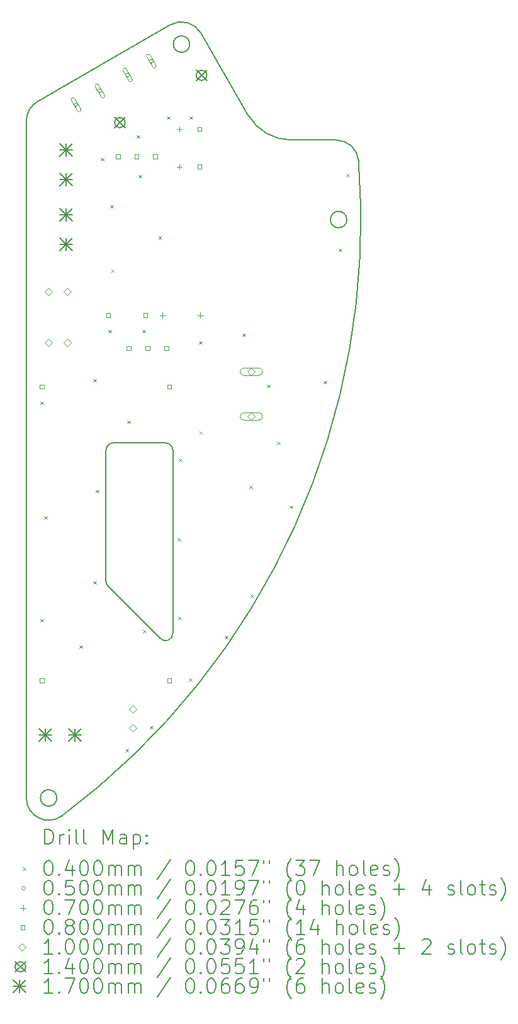
<source format=gbr>
%TF.GenerationSoftware,KiCad,Pcbnew,7.0.9*%
%TF.CreationDate,2024-01-11T17:45:55+09:00*%
%TF.ProjectId,PowerSuplyUnit,506f7765-7253-4757-906c-79556e69742e,rev?*%
%TF.SameCoordinates,Original*%
%TF.FileFunction,Drillmap*%
%TF.FilePolarity,Positive*%
%FSLAX45Y45*%
G04 Gerber Fmt 4.5, Leading zero omitted, Abs format (unit mm)*
G04 Created by KiCad (PCBNEW 7.0.9) date 2024-01-11 17:45:55*
%MOMM*%
%LPD*%
G01*
G04 APERTURE LIST*
%ADD10C,0.200000*%
%ADD11C,0.100000*%
%ADD12C,0.140000*%
%ADD13C,0.170000*%
G04 APERTURE END LIST*
D10*
X14224000Y-10541000D02*
X14224000Y-12299579D01*
X14253289Y-12370289D02*
X14953289Y-13070289D01*
X13562822Y-15213582D02*
G75*
G03*
X13562822Y-15213582I-110000J0D01*
G01*
X13632204Y-15454045D02*
G75*
G03*
X17621340Y-6645749I-5979381J8015422D01*
G01*
X15124000Y-10541000D02*
G75*
G03*
X15024000Y-10441000I-100000J0D01*
G01*
X17322285Y-6369535D02*
X16720635Y-6369535D01*
X13152822Y-6111828D02*
X13152822Y-15213582D01*
X14224001Y-12299579D02*
G75*
G03*
X14253289Y-12370289I99999J-1D01*
G01*
X16136068Y-6032035D02*
X15499808Y-4930000D01*
X13152817Y-15213582D02*
G75*
G03*
X13632204Y-15454045I300003J2D01*
G01*
X13302824Y-5852023D02*
G75*
G03*
X13152822Y-6111828I149996J-259807D01*
G01*
X17621340Y-6645749D02*
G75*
G03*
X17322285Y-6369535I-299060J-23791D01*
G01*
X15024000Y-10441000D02*
X14324000Y-10441000D01*
X15124000Y-12999579D02*
X15124000Y-10541000D01*
X15090000Y-4820192D02*
X13302822Y-5852020D01*
X15350000Y-5080000D02*
G75*
G03*
X15350000Y-5080000I-110000J0D01*
G01*
X17462822Y-7438622D02*
G75*
G03*
X17462822Y-7438622I-110000J0D01*
G01*
X16136074Y-6032032D02*
G75*
G03*
X16720635Y-6369535I584566J337492D01*
G01*
X14324000Y-10441000D02*
G75*
G03*
X14224000Y-10541000I0J-100000D01*
G01*
X15499808Y-4930000D02*
G75*
G03*
X15090000Y-4820192I-259808J-150000D01*
G01*
X14953289Y-13070290D02*
G75*
G03*
X15124000Y-12999579I70711J70710D01*
G01*
D11*
X13340400Y-9886000D02*
X13380400Y-9926000D01*
X13380400Y-9886000D02*
X13340400Y-9926000D01*
X13340400Y-12807000D02*
X13380400Y-12847000D01*
X13380400Y-12807000D02*
X13340400Y-12847000D01*
X13391200Y-11425240D02*
X13431200Y-11465240D01*
X13431200Y-11425240D02*
X13391200Y-11465240D01*
X13868720Y-13162600D02*
X13908720Y-13202600D01*
X13908720Y-13162600D02*
X13868720Y-13202600D01*
X14051600Y-9581200D02*
X14091600Y-9621200D01*
X14091600Y-9581200D02*
X14051600Y-9621200D01*
X14051600Y-12299000D02*
X14091600Y-12339000D01*
X14091600Y-12299000D02*
X14051600Y-12339000D01*
X14087160Y-11069640D02*
X14127160Y-11109640D01*
X14127160Y-11069640D02*
X14087160Y-11109640D01*
X14153200Y-6609400D02*
X14193200Y-6649400D01*
X14193200Y-6609400D02*
X14153200Y-6649400D01*
X14254800Y-8920800D02*
X14294800Y-8960800D01*
X14294800Y-8920800D02*
X14254800Y-8960800D01*
X14280200Y-7244400D02*
X14320200Y-7284400D01*
X14320200Y-7244400D02*
X14280200Y-7284400D01*
X14292900Y-8108000D02*
X14332900Y-8148000D01*
X14332900Y-8108000D02*
X14292900Y-8148000D01*
X14488480Y-14554520D02*
X14528480Y-14594520D01*
X14528480Y-14554520D02*
X14488480Y-14594520D01*
X14508800Y-10140000D02*
X14548800Y-10180000D01*
X14548800Y-10140000D02*
X14508800Y-10180000D01*
X14635800Y-6304600D02*
X14675800Y-6344600D01*
X14675800Y-6304600D02*
X14635800Y-6344600D01*
X14661200Y-6838000D02*
X14701200Y-6878000D01*
X14701200Y-6838000D02*
X14661200Y-6878000D01*
X14712000Y-8920800D02*
X14752000Y-8960800D01*
X14752000Y-8920800D02*
X14712000Y-8960800D01*
X14722160Y-12954320D02*
X14762160Y-12994320D01*
X14762160Y-12954320D02*
X14722160Y-12994320D01*
X14813600Y-14244640D02*
X14853600Y-14284640D01*
X14853600Y-14244640D02*
X14813600Y-14284640D01*
X14927900Y-7663500D02*
X14967900Y-7703500D01*
X14967900Y-7663500D02*
X14927900Y-7703500D01*
X15042200Y-6050600D02*
X15082200Y-6090600D01*
X15082200Y-6050600D02*
X15042200Y-6090600D01*
X15189520Y-11719880D02*
X15229520Y-11759880D01*
X15229520Y-11719880D02*
X15189520Y-11759880D01*
X15194600Y-12776520D02*
X15234600Y-12816520D01*
X15234600Y-12776520D02*
X15194600Y-12816520D01*
X15204760Y-10653080D02*
X15244760Y-10693080D01*
X15244760Y-10653080D02*
X15204760Y-10693080D01*
X15341920Y-13604560D02*
X15381920Y-13644560D01*
X15381920Y-13604560D02*
X15341920Y-13644560D01*
X15347000Y-6050600D02*
X15387000Y-6090600D01*
X15387000Y-6050600D02*
X15347000Y-6090600D01*
X15474000Y-9073200D02*
X15514000Y-9113200D01*
X15514000Y-9073200D02*
X15474000Y-9113200D01*
X15479080Y-10282240D02*
X15519080Y-10322240D01*
X15519080Y-10282240D02*
X15479080Y-10322240D01*
X15824520Y-13035600D02*
X15864520Y-13075600D01*
X15864520Y-13035600D02*
X15824520Y-13075600D01*
X16058200Y-8971600D02*
X16098200Y-9011600D01*
X16098200Y-8971600D02*
X16058200Y-9011600D01*
X16149640Y-11013760D02*
X16189640Y-11053760D01*
X16189640Y-11013760D02*
X16149640Y-11053760D01*
X16169960Y-12481880D02*
X16209960Y-12521880D01*
X16209960Y-12481880D02*
X16169960Y-12521880D01*
X16388400Y-9657400D02*
X16428400Y-9697400D01*
X16428400Y-9657400D02*
X16388400Y-9697400D01*
X16525560Y-10424480D02*
X16565560Y-10464480D01*
X16565560Y-10424480D02*
X16525560Y-10464480D01*
X16693200Y-11283000D02*
X16733200Y-11323000D01*
X16733200Y-11283000D02*
X16693200Y-11323000D01*
X17150400Y-9606600D02*
X17190400Y-9646600D01*
X17190400Y-9606600D02*
X17150400Y-9646600D01*
X17353600Y-7828600D02*
X17393600Y-7868600D01*
X17393600Y-7828600D02*
X17353600Y-7868600D01*
X17454252Y-6825855D02*
X17494252Y-6865855D01*
X17494252Y-6825855D02*
X17454252Y-6865855D01*
X13845350Y-5893600D02*
G75*
G03*
X13845350Y-5893600I-25000J0D01*
G01*
X13758700Y-5836818D02*
X13838700Y-5975382D01*
X13838700Y-5975382D02*
G75*
G03*
X13882001Y-5950382I21651J12500D01*
G01*
X13882001Y-5950382D02*
X13802001Y-5811818D01*
X13802001Y-5811818D02*
G75*
G03*
X13758700Y-5836818I-21651J-12500D01*
G01*
X14165780Y-5708600D02*
G75*
G03*
X14165780Y-5708600I-25000J0D01*
G01*
X14079129Y-5651818D02*
X14159129Y-5790382D01*
X14159129Y-5790382D02*
G75*
G03*
X14202430Y-5765382I21651J12500D01*
G01*
X14202430Y-5765382D02*
X14122430Y-5626818D01*
X14122430Y-5626818D02*
G75*
G03*
X14079129Y-5651818I-21651J-12500D01*
G01*
X14538171Y-5493600D02*
G75*
G03*
X14538171Y-5493600I-25000J0D01*
G01*
X14451520Y-5436818D02*
X14531520Y-5575382D01*
X14531520Y-5575382D02*
G75*
G03*
X14574821Y-5550382I21651J12500D01*
G01*
X14574821Y-5550382D02*
X14494821Y-5411818D01*
X14494821Y-5411818D02*
G75*
G03*
X14451520Y-5436818I-21651J-12500D01*
G01*
X14858600Y-5308600D02*
G75*
G03*
X14858600Y-5308600I-25000J0D01*
G01*
X14771949Y-5251818D02*
X14851949Y-5390382D01*
X14851949Y-5390382D02*
G75*
G03*
X14895251Y-5365382I21651J12500D01*
G01*
X14895251Y-5365382D02*
X14815251Y-5226818D01*
X14815251Y-5226818D02*
G75*
G03*
X14771949Y-5251818I-21651J-12500D01*
G01*
X14986000Y-8689900D02*
X14986000Y-8759900D01*
X14951000Y-8724900D02*
X15021000Y-8724900D01*
X15211300Y-6184000D02*
X15211300Y-6254000D01*
X15176300Y-6219000D02*
X15246300Y-6219000D01*
X15211300Y-6692000D02*
X15211300Y-6762000D01*
X15176300Y-6727000D02*
X15246300Y-6727000D01*
X15494000Y-8689900D02*
X15494000Y-8759900D01*
X15459000Y-8724900D02*
X15529000Y-8724900D01*
X13388684Y-9712035D02*
X13388684Y-9655466D01*
X13332115Y-9655466D01*
X13332115Y-9712035D01*
X13388684Y-9712035D01*
X13388684Y-13661734D02*
X13388684Y-13605165D01*
X13332115Y-13605165D01*
X13332115Y-13661734D01*
X13388684Y-13661734D01*
X14281684Y-8753185D02*
X14281684Y-8696616D01*
X14225115Y-8696616D01*
X14225115Y-8753185D01*
X14281684Y-8753185D01*
X14412684Y-6619584D02*
X14412684Y-6563015D01*
X14356115Y-6563015D01*
X14356115Y-6619584D01*
X14412684Y-6619584D01*
X14557084Y-9197685D02*
X14557084Y-9141116D01*
X14500515Y-9141116D01*
X14500515Y-9197685D01*
X14557084Y-9197685D01*
X14662684Y-6619584D02*
X14662684Y-6563015D01*
X14606115Y-6563015D01*
X14606115Y-6619584D01*
X14662684Y-6619584D01*
X14781684Y-8753185D02*
X14781684Y-8696616D01*
X14725115Y-8696616D01*
X14725115Y-8753185D01*
X14781684Y-8753185D01*
X14811084Y-9197685D02*
X14811084Y-9141116D01*
X14754515Y-9141116D01*
X14754515Y-9197685D01*
X14811084Y-9197685D01*
X14912684Y-6619584D02*
X14912684Y-6563015D01*
X14856115Y-6563015D01*
X14856115Y-6619584D01*
X14912684Y-6619584D01*
X15065084Y-9197685D02*
X15065084Y-9141116D01*
X15008515Y-9141116D01*
X15008515Y-9197685D01*
X15065084Y-9197685D01*
X15103484Y-9712035D02*
X15103484Y-9655466D01*
X15046915Y-9655466D01*
X15046915Y-9712035D01*
X15103484Y-9712035D01*
X15103484Y-13661734D02*
X15103484Y-13605165D01*
X15046915Y-13605165D01*
X15046915Y-13661734D01*
X15103484Y-13661734D01*
X15509584Y-6251284D02*
X15509584Y-6194715D01*
X15453015Y-6194715D01*
X15453015Y-6251284D01*
X15509584Y-6251284D01*
X15509584Y-6751284D02*
X15509584Y-6694715D01*
X15453015Y-6694715D01*
X15453015Y-6751284D01*
X15509584Y-6751284D01*
X13450900Y-8457400D02*
X13500900Y-8407400D01*
X13450900Y-8357400D01*
X13400900Y-8407400D01*
X13450900Y-8457400D01*
X13450900Y-9143200D02*
X13500900Y-9093200D01*
X13450900Y-9043200D01*
X13400900Y-9093200D01*
X13450900Y-9143200D01*
X13700900Y-8457400D02*
X13750900Y-8407400D01*
X13700900Y-8357400D01*
X13650900Y-8407400D01*
X13700900Y-8457400D01*
X13700900Y-9143200D02*
X13750900Y-9093200D01*
X13700900Y-9043200D01*
X13650900Y-9093200D01*
X13700900Y-9143200D01*
X14584680Y-14070300D02*
X14634680Y-14020300D01*
X14584680Y-13970300D01*
X14534680Y-14020300D01*
X14584680Y-14070300D01*
X14584680Y-14324300D02*
X14634680Y-14274300D01*
X14584680Y-14224300D01*
X14534680Y-14274300D01*
X14584680Y-14324300D01*
X16179800Y-9533800D02*
X16229800Y-9483800D01*
X16179800Y-9433800D01*
X16129800Y-9483800D01*
X16179800Y-9533800D01*
X16079800Y-9533800D02*
X16279800Y-9533800D01*
X16279800Y-9533800D02*
G75*
G03*
X16279800Y-9433800I0J50000D01*
G01*
X16279800Y-9433800D02*
X16079800Y-9433800D01*
X16079800Y-9433800D02*
G75*
G03*
X16079800Y-9533800I0J-50000D01*
G01*
X16179800Y-10133800D02*
X16229800Y-10083800D01*
X16179800Y-10033800D01*
X16129800Y-10083800D01*
X16179800Y-10133800D01*
X16079800Y-10133800D02*
X16279800Y-10133800D01*
X16279800Y-10133800D02*
G75*
G03*
X16279800Y-10033800I0J50000D01*
G01*
X16279800Y-10033800D02*
X16079800Y-10033800D01*
X16079800Y-10033800D02*
G75*
G03*
X16079800Y-10133800I0J-50000D01*
G01*
D12*
X14340674Y-6064100D02*
X14480674Y-6204100D01*
X14480674Y-6064100D02*
X14340674Y-6204100D01*
X14480674Y-6134100D02*
G75*
G03*
X14480674Y-6134100I-70000J0D01*
G01*
X15440526Y-5429100D02*
X15580526Y-5569100D01*
X15580526Y-5429100D02*
X15440526Y-5569100D01*
X15580526Y-5499100D02*
G75*
G03*
X15580526Y-5499100I-70000J0D01*
G01*
D13*
X13324390Y-14280360D02*
X13494390Y-14450360D01*
X13494390Y-14280360D02*
X13324390Y-14450360D01*
X13409390Y-14280360D02*
X13409390Y-14450360D01*
X13324390Y-14365360D02*
X13494390Y-14365360D01*
X13605600Y-6417400D02*
X13775600Y-6587400D01*
X13775600Y-6417400D02*
X13605600Y-6587400D01*
X13690600Y-6417400D02*
X13690600Y-6587400D01*
X13605600Y-6502400D02*
X13775600Y-6502400D01*
X13605600Y-6813400D02*
X13775600Y-6983400D01*
X13775600Y-6813400D02*
X13605600Y-6983400D01*
X13690600Y-6813400D02*
X13690600Y-6983400D01*
X13605600Y-6898400D02*
X13775600Y-6898400D01*
X13605600Y-7291400D02*
X13775600Y-7461400D01*
X13775600Y-7291400D02*
X13605600Y-7461400D01*
X13690600Y-7291400D02*
X13690600Y-7461400D01*
X13605600Y-7376400D02*
X13775600Y-7376400D01*
X13605600Y-7687400D02*
X13775600Y-7857400D01*
X13775600Y-7687400D02*
X13605600Y-7857400D01*
X13690600Y-7687400D02*
X13690600Y-7857400D01*
X13605600Y-7772400D02*
X13775600Y-7772400D01*
X13720390Y-14280360D02*
X13890390Y-14450360D01*
X13890390Y-14280360D02*
X13720390Y-14450360D01*
X13805390Y-14280360D02*
X13805390Y-14450360D01*
X13720390Y-14365360D02*
X13890390Y-14365360D01*
D10*
X13403599Y-15835067D02*
X13403599Y-15635067D01*
X13403599Y-15635067D02*
X13451218Y-15635067D01*
X13451218Y-15635067D02*
X13479789Y-15644591D01*
X13479789Y-15644591D02*
X13498837Y-15663638D01*
X13498837Y-15663638D02*
X13508361Y-15682686D01*
X13508361Y-15682686D02*
X13517885Y-15720781D01*
X13517885Y-15720781D02*
X13517885Y-15749353D01*
X13517885Y-15749353D02*
X13508361Y-15787448D01*
X13508361Y-15787448D02*
X13498837Y-15806495D01*
X13498837Y-15806495D02*
X13479789Y-15825543D01*
X13479789Y-15825543D02*
X13451218Y-15835067D01*
X13451218Y-15835067D02*
X13403599Y-15835067D01*
X13603599Y-15835067D02*
X13603599Y-15701734D01*
X13603599Y-15739829D02*
X13613123Y-15720781D01*
X13613123Y-15720781D02*
X13622647Y-15711257D01*
X13622647Y-15711257D02*
X13641694Y-15701734D01*
X13641694Y-15701734D02*
X13660742Y-15701734D01*
X13727408Y-15835067D02*
X13727408Y-15701734D01*
X13727408Y-15635067D02*
X13717885Y-15644591D01*
X13717885Y-15644591D02*
X13727408Y-15654115D01*
X13727408Y-15654115D02*
X13736932Y-15644591D01*
X13736932Y-15644591D02*
X13727408Y-15635067D01*
X13727408Y-15635067D02*
X13727408Y-15654115D01*
X13851218Y-15835067D02*
X13832170Y-15825543D01*
X13832170Y-15825543D02*
X13822647Y-15806495D01*
X13822647Y-15806495D02*
X13822647Y-15635067D01*
X13955980Y-15835067D02*
X13936932Y-15825543D01*
X13936932Y-15825543D02*
X13927408Y-15806495D01*
X13927408Y-15806495D02*
X13927408Y-15635067D01*
X14184551Y-15835067D02*
X14184551Y-15635067D01*
X14184551Y-15635067D02*
X14251218Y-15777924D01*
X14251218Y-15777924D02*
X14317885Y-15635067D01*
X14317885Y-15635067D02*
X14317885Y-15835067D01*
X14498837Y-15835067D02*
X14498837Y-15730305D01*
X14498837Y-15730305D02*
X14489313Y-15711257D01*
X14489313Y-15711257D02*
X14470266Y-15701734D01*
X14470266Y-15701734D02*
X14432170Y-15701734D01*
X14432170Y-15701734D02*
X14413123Y-15711257D01*
X14498837Y-15825543D02*
X14479789Y-15835067D01*
X14479789Y-15835067D02*
X14432170Y-15835067D01*
X14432170Y-15835067D02*
X14413123Y-15825543D01*
X14413123Y-15825543D02*
X14403599Y-15806495D01*
X14403599Y-15806495D02*
X14403599Y-15787448D01*
X14403599Y-15787448D02*
X14413123Y-15768400D01*
X14413123Y-15768400D02*
X14432170Y-15758876D01*
X14432170Y-15758876D02*
X14479789Y-15758876D01*
X14479789Y-15758876D02*
X14498837Y-15749353D01*
X14594075Y-15701734D02*
X14594075Y-15901734D01*
X14594075Y-15711257D02*
X14613123Y-15701734D01*
X14613123Y-15701734D02*
X14651218Y-15701734D01*
X14651218Y-15701734D02*
X14670266Y-15711257D01*
X14670266Y-15711257D02*
X14679789Y-15720781D01*
X14679789Y-15720781D02*
X14689313Y-15739829D01*
X14689313Y-15739829D02*
X14689313Y-15796972D01*
X14689313Y-15796972D02*
X14679789Y-15816019D01*
X14679789Y-15816019D02*
X14670266Y-15825543D01*
X14670266Y-15825543D02*
X14651218Y-15835067D01*
X14651218Y-15835067D02*
X14613123Y-15835067D01*
X14613123Y-15835067D02*
X14594075Y-15825543D01*
X14775028Y-15816019D02*
X14784551Y-15825543D01*
X14784551Y-15825543D02*
X14775028Y-15835067D01*
X14775028Y-15835067D02*
X14765504Y-15825543D01*
X14765504Y-15825543D02*
X14775028Y-15816019D01*
X14775028Y-15816019D02*
X14775028Y-15835067D01*
X14775028Y-15711257D02*
X14784551Y-15720781D01*
X14784551Y-15720781D02*
X14775028Y-15730305D01*
X14775028Y-15730305D02*
X14765504Y-15720781D01*
X14765504Y-15720781D02*
X14775028Y-15711257D01*
X14775028Y-15711257D02*
X14775028Y-15730305D01*
D11*
X13102822Y-16143583D02*
X13142822Y-16183583D01*
X13142822Y-16143583D02*
X13102822Y-16183583D01*
D10*
X13441694Y-16055067D02*
X13460742Y-16055067D01*
X13460742Y-16055067D02*
X13479789Y-16064591D01*
X13479789Y-16064591D02*
X13489313Y-16074115D01*
X13489313Y-16074115D02*
X13498837Y-16093162D01*
X13498837Y-16093162D02*
X13508361Y-16131257D01*
X13508361Y-16131257D02*
X13508361Y-16178876D01*
X13508361Y-16178876D02*
X13498837Y-16216972D01*
X13498837Y-16216972D02*
X13489313Y-16236019D01*
X13489313Y-16236019D02*
X13479789Y-16245543D01*
X13479789Y-16245543D02*
X13460742Y-16255067D01*
X13460742Y-16255067D02*
X13441694Y-16255067D01*
X13441694Y-16255067D02*
X13422647Y-16245543D01*
X13422647Y-16245543D02*
X13413123Y-16236019D01*
X13413123Y-16236019D02*
X13403599Y-16216972D01*
X13403599Y-16216972D02*
X13394075Y-16178876D01*
X13394075Y-16178876D02*
X13394075Y-16131257D01*
X13394075Y-16131257D02*
X13403599Y-16093162D01*
X13403599Y-16093162D02*
X13413123Y-16074115D01*
X13413123Y-16074115D02*
X13422647Y-16064591D01*
X13422647Y-16064591D02*
X13441694Y-16055067D01*
X13594075Y-16236019D02*
X13603599Y-16245543D01*
X13603599Y-16245543D02*
X13594075Y-16255067D01*
X13594075Y-16255067D02*
X13584551Y-16245543D01*
X13584551Y-16245543D02*
X13594075Y-16236019D01*
X13594075Y-16236019D02*
X13594075Y-16255067D01*
X13775028Y-16121734D02*
X13775028Y-16255067D01*
X13727408Y-16045543D02*
X13679789Y-16188400D01*
X13679789Y-16188400D02*
X13803599Y-16188400D01*
X13917885Y-16055067D02*
X13936932Y-16055067D01*
X13936932Y-16055067D02*
X13955980Y-16064591D01*
X13955980Y-16064591D02*
X13965504Y-16074115D01*
X13965504Y-16074115D02*
X13975028Y-16093162D01*
X13975028Y-16093162D02*
X13984551Y-16131257D01*
X13984551Y-16131257D02*
X13984551Y-16178876D01*
X13984551Y-16178876D02*
X13975028Y-16216972D01*
X13975028Y-16216972D02*
X13965504Y-16236019D01*
X13965504Y-16236019D02*
X13955980Y-16245543D01*
X13955980Y-16245543D02*
X13936932Y-16255067D01*
X13936932Y-16255067D02*
X13917885Y-16255067D01*
X13917885Y-16255067D02*
X13898837Y-16245543D01*
X13898837Y-16245543D02*
X13889313Y-16236019D01*
X13889313Y-16236019D02*
X13879789Y-16216972D01*
X13879789Y-16216972D02*
X13870266Y-16178876D01*
X13870266Y-16178876D02*
X13870266Y-16131257D01*
X13870266Y-16131257D02*
X13879789Y-16093162D01*
X13879789Y-16093162D02*
X13889313Y-16074115D01*
X13889313Y-16074115D02*
X13898837Y-16064591D01*
X13898837Y-16064591D02*
X13917885Y-16055067D01*
X14108361Y-16055067D02*
X14127409Y-16055067D01*
X14127409Y-16055067D02*
X14146456Y-16064591D01*
X14146456Y-16064591D02*
X14155980Y-16074115D01*
X14155980Y-16074115D02*
X14165504Y-16093162D01*
X14165504Y-16093162D02*
X14175028Y-16131257D01*
X14175028Y-16131257D02*
X14175028Y-16178876D01*
X14175028Y-16178876D02*
X14165504Y-16216972D01*
X14165504Y-16216972D02*
X14155980Y-16236019D01*
X14155980Y-16236019D02*
X14146456Y-16245543D01*
X14146456Y-16245543D02*
X14127409Y-16255067D01*
X14127409Y-16255067D02*
X14108361Y-16255067D01*
X14108361Y-16255067D02*
X14089313Y-16245543D01*
X14089313Y-16245543D02*
X14079789Y-16236019D01*
X14079789Y-16236019D02*
X14070266Y-16216972D01*
X14070266Y-16216972D02*
X14060742Y-16178876D01*
X14060742Y-16178876D02*
X14060742Y-16131257D01*
X14060742Y-16131257D02*
X14070266Y-16093162D01*
X14070266Y-16093162D02*
X14079789Y-16074115D01*
X14079789Y-16074115D02*
X14089313Y-16064591D01*
X14089313Y-16064591D02*
X14108361Y-16055067D01*
X14260742Y-16255067D02*
X14260742Y-16121734D01*
X14260742Y-16140781D02*
X14270266Y-16131257D01*
X14270266Y-16131257D02*
X14289313Y-16121734D01*
X14289313Y-16121734D02*
X14317885Y-16121734D01*
X14317885Y-16121734D02*
X14336932Y-16131257D01*
X14336932Y-16131257D02*
X14346456Y-16150305D01*
X14346456Y-16150305D02*
X14346456Y-16255067D01*
X14346456Y-16150305D02*
X14355980Y-16131257D01*
X14355980Y-16131257D02*
X14375028Y-16121734D01*
X14375028Y-16121734D02*
X14403599Y-16121734D01*
X14403599Y-16121734D02*
X14422647Y-16131257D01*
X14422647Y-16131257D02*
X14432170Y-16150305D01*
X14432170Y-16150305D02*
X14432170Y-16255067D01*
X14527409Y-16255067D02*
X14527409Y-16121734D01*
X14527409Y-16140781D02*
X14536932Y-16131257D01*
X14536932Y-16131257D02*
X14555980Y-16121734D01*
X14555980Y-16121734D02*
X14584551Y-16121734D01*
X14584551Y-16121734D02*
X14603599Y-16131257D01*
X14603599Y-16131257D02*
X14613123Y-16150305D01*
X14613123Y-16150305D02*
X14613123Y-16255067D01*
X14613123Y-16150305D02*
X14622647Y-16131257D01*
X14622647Y-16131257D02*
X14641694Y-16121734D01*
X14641694Y-16121734D02*
X14670266Y-16121734D01*
X14670266Y-16121734D02*
X14689313Y-16131257D01*
X14689313Y-16131257D02*
X14698837Y-16150305D01*
X14698837Y-16150305D02*
X14698837Y-16255067D01*
X15089313Y-16045543D02*
X14917885Y-16302686D01*
X15346456Y-16055067D02*
X15365504Y-16055067D01*
X15365504Y-16055067D02*
X15384552Y-16064591D01*
X15384552Y-16064591D02*
X15394075Y-16074115D01*
X15394075Y-16074115D02*
X15403599Y-16093162D01*
X15403599Y-16093162D02*
X15413123Y-16131257D01*
X15413123Y-16131257D02*
X15413123Y-16178876D01*
X15413123Y-16178876D02*
X15403599Y-16216972D01*
X15403599Y-16216972D02*
X15394075Y-16236019D01*
X15394075Y-16236019D02*
X15384552Y-16245543D01*
X15384552Y-16245543D02*
X15365504Y-16255067D01*
X15365504Y-16255067D02*
X15346456Y-16255067D01*
X15346456Y-16255067D02*
X15327409Y-16245543D01*
X15327409Y-16245543D02*
X15317885Y-16236019D01*
X15317885Y-16236019D02*
X15308361Y-16216972D01*
X15308361Y-16216972D02*
X15298837Y-16178876D01*
X15298837Y-16178876D02*
X15298837Y-16131257D01*
X15298837Y-16131257D02*
X15308361Y-16093162D01*
X15308361Y-16093162D02*
X15317885Y-16074115D01*
X15317885Y-16074115D02*
X15327409Y-16064591D01*
X15327409Y-16064591D02*
X15346456Y-16055067D01*
X15498837Y-16236019D02*
X15508361Y-16245543D01*
X15508361Y-16245543D02*
X15498837Y-16255067D01*
X15498837Y-16255067D02*
X15489313Y-16245543D01*
X15489313Y-16245543D02*
X15498837Y-16236019D01*
X15498837Y-16236019D02*
X15498837Y-16255067D01*
X15632171Y-16055067D02*
X15651218Y-16055067D01*
X15651218Y-16055067D02*
X15670266Y-16064591D01*
X15670266Y-16064591D02*
X15679790Y-16074115D01*
X15679790Y-16074115D02*
X15689313Y-16093162D01*
X15689313Y-16093162D02*
X15698837Y-16131257D01*
X15698837Y-16131257D02*
X15698837Y-16178876D01*
X15698837Y-16178876D02*
X15689313Y-16216972D01*
X15689313Y-16216972D02*
X15679790Y-16236019D01*
X15679790Y-16236019D02*
X15670266Y-16245543D01*
X15670266Y-16245543D02*
X15651218Y-16255067D01*
X15651218Y-16255067D02*
X15632171Y-16255067D01*
X15632171Y-16255067D02*
X15613123Y-16245543D01*
X15613123Y-16245543D02*
X15603599Y-16236019D01*
X15603599Y-16236019D02*
X15594075Y-16216972D01*
X15594075Y-16216972D02*
X15584552Y-16178876D01*
X15584552Y-16178876D02*
X15584552Y-16131257D01*
X15584552Y-16131257D02*
X15594075Y-16093162D01*
X15594075Y-16093162D02*
X15603599Y-16074115D01*
X15603599Y-16074115D02*
X15613123Y-16064591D01*
X15613123Y-16064591D02*
X15632171Y-16055067D01*
X15889313Y-16255067D02*
X15775028Y-16255067D01*
X15832171Y-16255067D02*
X15832171Y-16055067D01*
X15832171Y-16055067D02*
X15813123Y-16083638D01*
X15813123Y-16083638D02*
X15794075Y-16102686D01*
X15794075Y-16102686D02*
X15775028Y-16112210D01*
X16070266Y-16055067D02*
X15975028Y-16055067D01*
X15975028Y-16055067D02*
X15965504Y-16150305D01*
X15965504Y-16150305D02*
X15975028Y-16140781D01*
X15975028Y-16140781D02*
X15994075Y-16131257D01*
X15994075Y-16131257D02*
X16041694Y-16131257D01*
X16041694Y-16131257D02*
X16060742Y-16140781D01*
X16060742Y-16140781D02*
X16070266Y-16150305D01*
X16070266Y-16150305D02*
X16079790Y-16169353D01*
X16079790Y-16169353D02*
X16079790Y-16216972D01*
X16079790Y-16216972D02*
X16070266Y-16236019D01*
X16070266Y-16236019D02*
X16060742Y-16245543D01*
X16060742Y-16245543D02*
X16041694Y-16255067D01*
X16041694Y-16255067D02*
X15994075Y-16255067D01*
X15994075Y-16255067D02*
X15975028Y-16245543D01*
X15975028Y-16245543D02*
X15965504Y-16236019D01*
X16146456Y-16055067D02*
X16279790Y-16055067D01*
X16279790Y-16055067D02*
X16194075Y-16255067D01*
X16346456Y-16055067D02*
X16346456Y-16093162D01*
X16422647Y-16055067D02*
X16422647Y-16093162D01*
X16717885Y-16331257D02*
X16708361Y-16321734D01*
X16708361Y-16321734D02*
X16689314Y-16293162D01*
X16689314Y-16293162D02*
X16679790Y-16274115D01*
X16679790Y-16274115D02*
X16670266Y-16245543D01*
X16670266Y-16245543D02*
X16660742Y-16197924D01*
X16660742Y-16197924D02*
X16660742Y-16159829D01*
X16660742Y-16159829D02*
X16670266Y-16112210D01*
X16670266Y-16112210D02*
X16679790Y-16083638D01*
X16679790Y-16083638D02*
X16689314Y-16064591D01*
X16689314Y-16064591D02*
X16708361Y-16036019D01*
X16708361Y-16036019D02*
X16717885Y-16026495D01*
X16775028Y-16055067D02*
X16898837Y-16055067D01*
X16898837Y-16055067D02*
X16832171Y-16131257D01*
X16832171Y-16131257D02*
X16860742Y-16131257D01*
X16860742Y-16131257D02*
X16879790Y-16140781D01*
X16879790Y-16140781D02*
X16889314Y-16150305D01*
X16889314Y-16150305D02*
X16898837Y-16169353D01*
X16898837Y-16169353D02*
X16898837Y-16216972D01*
X16898837Y-16216972D02*
X16889314Y-16236019D01*
X16889314Y-16236019D02*
X16879790Y-16245543D01*
X16879790Y-16245543D02*
X16860742Y-16255067D01*
X16860742Y-16255067D02*
X16803599Y-16255067D01*
X16803599Y-16255067D02*
X16784552Y-16245543D01*
X16784552Y-16245543D02*
X16775028Y-16236019D01*
X16965504Y-16055067D02*
X17098837Y-16055067D01*
X17098837Y-16055067D02*
X17013123Y-16255067D01*
X17327409Y-16255067D02*
X17327409Y-16055067D01*
X17413123Y-16255067D02*
X17413123Y-16150305D01*
X17413123Y-16150305D02*
X17403599Y-16131257D01*
X17403599Y-16131257D02*
X17384552Y-16121734D01*
X17384552Y-16121734D02*
X17355980Y-16121734D01*
X17355980Y-16121734D02*
X17336933Y-16131257D01*
X17336933Y-16131257D02*
X17327409Y-16140781D01*
X17536933Y-16255067D02*
X17517885Y-16245543D01*
X17517885Y-16245543D02*
X17508361Y-16236019D01*
X17508361Y-16236019D02*
X17498838Y-16216972D01*
X17498838Y-16216972D02*
X17498838Y-16159829D01*
X17498838Y-16159829D02*
X17508361Y-16140781D01*
X17508361Y-16140781D02*
X17517885Y-16131257D01*
X17517885Y-16131257D02*
X17536933Y-16121734D01*
X17536933Y-16121734D02*
X17565504Y-16121734D01*
X17565504Y-16121734D02*
X17584552Y-16131257D01*
X17584552Y-16131257D02*
X17594076Y-16140781D01*
X17594076Y-16140781D02*
X17603599Y-16159829D01*
X17603599Y-16159829D02*
X17603599Y-16216972D01*
X17603599Y-16216972D02*
X17594076Y-16236019D01*
X17594076Y-16236019D02*
X17584552Y-16245543D01*
X17584552Y-16245543D02*
X17565504Y-16255067D01*
X17565504Y-16255067D02*
X17536933Y-16255067D01*
X17717885Y-16255067D02*
X17698838Y-16245543D01*
X17698838Y-16245543D02*
X17689314Y-16226495D01*
X17689314Y-16226495D02*
X17689314Y-16055067D01*
X17870266Y-16245543D02*
X17851219Y-16255067D01*
X17851219Y-16255067D02*
X17813123Y-16255067D01*
X17813123Y-16255067D02*
X17794076Y-16245543D01*
X17794076Y-16245543D02*
X17784552Y-16226495D01*
X17784552Y-16226495D02*
X17784552Y-16150305D01*
X17784552Y-16150305D02*
X17794076Y-16131257D01*
X17794076Y-16131257D02*
X17813123Y-16121734D01*
X17813123Y-16121734D02*
X17851219Y-16121734D01*
X17851219Y-16121734D02*
X17870266Y-16131257D01*
X17870266Y-16131257D02*
X17879790Y-16150305D01*
X17879790Y-16150305D02*
X17879790Y-16169353D01*
X17879790Y-16169353D02*
X17784552Y-16188400D01*
X17955980Y-16245543D02*
X17975028Y-16255067D01*
X17975028Y-16255067D02*
X18013123Y-16255067D01*
X18013123Y-16255067D02*
X18032171Y-16245543D01*
X18032171Y-16245543D02*
X18041695Y-16226495D01*
X18041695Y-16226495D02*
X18041695Y-16216972D01*
X18041695Y-16216972D02*
X18032171Y-16197924D01*
X18032171Y-16197924D02*
X18013123Y-16188400D01*
X18013123Y-16188400D02*
X17984552Y-16188400D01*
X17984552Y-16188400D02*
X17965504Y-16178876D01*
X17965504Y-16178876D02*
X17955980Y-16159829D01*
X17955980Y-16159829D02*
X17955980Y-16150305D01*
X17955980Y-16150305D02*
X17965504Y-16131257D01*
X17965504Y-16131257D02*
X17984552Y-16121734D01*
X17984552Y-16121734D02*
X18013123Y-16121734D01*
X18013123Y-16121734D02*
X18032171Y-16131257D01*
X18108361Y-16331257D02*
X18117885Y-16321734D01*
X18117885Y-16321734D02*
X18136933Y-16293162D01*
X18136933Y-16293162D02*
X18146457Y-16274115D01*
X18146457Y-16274115D02*
X18155980Y-16245543D01*
X18155980Y-16245543D02*
X18165504Y-16197924D01*
X18165504Y-16197924D02*
X18165504Y-16159829D01*
X18165504Y-16159829D02*
X18155980Y-16112210D01*
X18155980Y-16112210D02*
X18146457Y-16083638D01*
X18146457Y-16083638D02*
X18136933Y-16064591D01*
X18136933Y-16064591D02*
X18117885Y-16036019D01*
X18117885Y-16036019D02*
X18108361Y-16026495D01*
D11*
X13142822Y-16427583D02*
G75*
G03*
X13142822Y-16427583I-25000J0D01*
G01*
D10*
X13441694Y-16319067D02*
X13460742Y-16319067D01*
X13460742Y-16319067D02*
X13479789Y-16328591D01*
X13479789Y-16328591D02*
X13489313Y-16338115D01*
X13489313Y-16338115D02*
X13498837Y-16357162D01*
X13498837Y-16357162D02*
X13508361Y-16395257D01*
X13508361Y-16395257D02*
X13508361Y-16442876D01*
X13508361Y-16442876D02*
X13498837Y-16480972D01*
X13498837Y-16480972D02*
X13489313Y-16500019D01*
X13489313Y-16500019D02*
X13479789Y-16509543D01*
X13479789Y-16509543D02*
X13460742Y-16519067D01*
X13460742Y-16519067D02*
X13441694Y-16519067D01*
X13441694Y-16519067D02*
X13422647Y-16509543D01*
X13422647Y-16509543D02*
X13413123Y-16500019D01*
X13413123Y-16500019D02*
X13403599Y-16480972D01*
X13403599Y-16480972D02*
X13394075Y-16442876D01*
X13394075Y-16442876D02*
X13394075Y-16395257D01*
X13394075Y-16395257D02*
X13403599Y-16357162D01*
X13403599Y-16357162D02*
X13413123Y-16338115D01*
X13413123Y-16338115D02*
X13422647Y-16328591D01*
X13422647Y-16328591D02*
X13441694Y-16319067D01*
X13594075Y-16500019D02*
X13603599Y-16509543D01*
X13603599Y-16509543D02*
X13594075Y-16519067D01*
X13594075Y-16519067D02*
X13584551Y-16509543D01*
X13584551Y-16509543D02*
X13594075Y-16500019D01*
X13594075Y-16500019D02*
X13594075Y-16519067D01*
X13784551Y-16319067D02*
X13689313Y-16319067D01*
X13689313Y-16319067D02*
X13679789Y-16414305D01*
X13679789Y-16414305D02*
X13689313Y-16404781D01*
X13689313Y-16404781D02*
X13708361Y-16395257D01*
X13708361Y-16395257D02*
X13755980Y-16395257D01*
X13755980Y-16395257D02*
X13775028Y-16404781D01*
X13775028Y-16404781D02*
X13784551Y-16414305D01*
X13784551Y-16414305D02*
X13794075Y-16433353D01*
X13794075Y-16433353D02*
X13794075Y-16480972D01*
X13794075Y-16480972D02*
X13784551Y-16500019D01*
X13784551Y-16500019D02*
X13775028Y-16509543D01*
X13775028Y-16509543D02*
X13755980Y-16519067D01*
X13755980Y-16519067D02*
X13708361Y-16519067D01*
X13708361Y-16519067D02*
X13689313Y-16509543D01*
X13689313Y-16509543D02*
X13679789Y-16500019D01*
X13917885Y-16319067D02*
X13936932Y-16319067D01*
X13936932Y-16319067D02*
X13955980Y-16328591D01*
X13955980Y-16328591D02*
X13965504Y-16338115D01*
X13965504Y-16338115D02*
X13975028Y-16357162D01*
X13975028Y-16357162D02*
X13984551Y-16395257D01*
X13984551Y-16395257D02*
X13984551Y-16442876D01*
X13984551Y-16442876D02*
X13975028Y-16480972D01*
X13975028Y-16480972D02*
X13965504Y-16500019D01*
X13965504Y-16500019D02*
X13955980Y-16509543D01*
X13955980Y-16509543D02*
X13936932Y-16519067D01*
X13936932Y-16519067D02*
X13917885Y-16519067D01*
X13917885Y-16519067D02*
X13898837Y-16509543D01*
X13898837Y-16509543D02*
X13889313Y-16500019D01*
X13889313Y-16500019D02*
X13879789Y-16480972D01*
X13879789Y-16480972D02*
X13870266Y-16442876D01*
X13870266Y-16442876D02*
X13870266Y-16395257D01*
X13870266Y-16395257D02*
X13879789Y-16357162D01*
X13879789Y-16357162D02*
X13889313Y-16338115D01*
X13889313Y-16338115D02*
X13898837Y-16328591D01*
X13898837Y-16328591D02*
X13917885Y-16319067D01*
X14108361Y-16319067D02*
X14127409Y-16319067D01*
X14127409Y-16319067D02*
X14146456Y-16328591D01*
X14146456Y-16328591D02*
X14155980Y-16338115D01*
X14155980Y-16338115D02*
X14165504Y-16357162D01*
X14165504Y-16357162D02*
X14175028Y-16395257D01*
X14175028Y-16395257D02*
X14175028Y-16442876D01*
X14175028Y-16442876D02*
X14165504Y-16480972D01*
X14165504Y-16480972D02*
X14155980Y-16500019D01*
X14155980Y-16500019D02*
X14146456Y-16509543D01*
X14146456Y-16509543D02*
X14127409Y-16519067D01*
X14127409Y-16519067D02*
X14108361Y-16519067D01*
X14108361Y-16519067D02*
X14089313Y-16509543D01*
X14089313Y-16509543D02*
X14079789Y-16500019D01*
X14079789Y-16500019D02*
X14070266Y-16480972D01*
X14070266Y-16480972D02*
X14060742Y-16442876D01*
X14060742Y-16442876D02*
X14060742Y-16395257D01*
X14060742Y-16395257D02*
X14070266Y-16357162D01*
X14070266Y-16357162D02*
X14079789Y-16338115D01*
X14079789Y-16338115D02*
X14089313Y-16328591D01*
X14089313Y-16328591D02*
X14108361Y-16319067D01*
X14260742Y-16519067D02*
X14260742Y-16385734D01*
X14260742Y-16404781D02*
X14270266Y-16395257D01*
X14270266Y-16395257D02*
X14289313Y-16385734D01*
X14289313Y-16385734D02*
X14317885Y-16385734D01*
X14317885Y-16385734D02*
X14336932Y-16395257D01*
X14336932Y-16395257D02*
X14346456Y-16414305D01*
X14346456Y-16414305D02*
X14346456Y-16519067D01*
X14346456Y-16414305D02*
X14355980Y-16395257D01*
X14355980Y-16395257D02*
X14375028Y-16385734D01*
X14375028Y-16385734D02*
X14403599Y-16385734D01*
X14403599Y-16385734D02*
X14422647Y-16395257D01*
X14422647Y-16395257D02*
X14432170Y-16414305D01*
X14432170Y-16414305D02*
X14432170Y-16519067D01*
X14527409Y-16519067D02*
X14527409Y-16385734D01*
X14527409Y-16404781D02*
X14536932Y-16395257D01*
X14536932Y-16395257D02*
X14555980Y-16385734D01*
X14555980Y-16385734D02*
X14584551Y-16385734D01*
X14584551Y-16385734D02*
X14603599Y-16395257D01*
X14603599Y-16395257D02*
X14613123Y-16414305D01*
X14613123Y-16414305D02*
X14613123Y-16519067D01*
X14613123Y-16414305D02*
X14622647Y-16395257D01*
X14622647Y-16395257D02*
X14641694Y-16385734D01*
X14641694Y-16385734D02*
X14670266Y-16385734D01*
X14670266Y-16385734D02*
X14689313Y-16395257D01*
X14689313Y-16395257D02*
X14698837Y-16414305D01*
X14698837Y-16414305D02*
X14698837Y-16519067D01*
X15089313Y-16309543D02*
X14917885Y-16566686D01*
X15346456Y-16319067D02*
X15365504Y-16319067D01*
X15365504Y-16319067D02*
X15384552Y-16328591D01*
X15384552Y-16328591D02*
X15394075Y-16338115D01*
X15394075Y-16338115D02*
X15403599Y-16357162D01*
X15403599Y-16357162D02*
X15413123Y-16395257D01*
X15413123Y-16395257D02*
X15413123Y-16442876D01*
X15413123Y-16442876D02*
X15403599Y-16480972D01*
X15403599Y-16480972D02*
X15394075Y-16500019D01*
X15394075Y-16500019D02*
X15384552Y-16509543D01*
X15384552Y-16509543D02*
X15365504Y-16519067D01*
X15365504Y-16519067D02*
X15346456Y-16519067D01*
X15346456Y-16519067D02*
X15327409Y-16509543D01*
X15327409Y-16509543D02*
X15317885Y-16500019D01*
X15317885Y-16500019D02*
X15308361Y-16480972D01*
X15308361Y-16480972D02*
X15298837Y-16442876D01*
X15298837Y-16442876D02*
X15298837Y-16395257D01*
X15298837Y-16395257D02*
X15308361Y-16357162D01*
X15308361Y-16357162D02*
X15317885Y-16338115D01*
X15317885Y-16338115D02*
X15327409Y-16328591D01*
X15327409Y-16328591D02*
X15346456Y-16319067D01*
X15498837Y-16500019D02*
X15508361Y-16509543D01*
X15508361Y-16509543D02*
X15498837Y-16519067D01*
X15498837Y-16519067D02*
X15489313Y-16509543D01*
X15489313Y-16509543D02*
X15498837Y-16500019D01*
X15498837Y-16500019D02*
X15498837Y-16519067D01*
X15632171Y-16319067D02*
X15651218Y-16319067D01*
X15651218Y-16319067D02*
X15670266Y-16328591D01*
X15670266Y-16328591D02*
X15679790Y-16338115D01*
X15679790Y-16338115D02*
X15689313Y-16357162D01*
X15689313Y-16357162D02*
X15698837Y-16395257D01*
X15698837Y-16395257D02*
X15698837Y-16442876D01*
X15698837Y-16442876D02*
X15689313Y-16480972D01*
X15689313Y-16480972D02*
X15679790Y-16500019D01*
X15679790Y-16500019D02*
X15670266Y-16509543D01*
X15670266Y-16509543D02*
X15651218Y-16519067D01*
X15651218Y-16519067D02*
X15632171Y-16519067D01*
X15632171Y-16519067D02*
X15613123Y-16509543D01*
X15613123Y-16509543D02*
X15603599Y-16500019D01*
X15603599Y-16500019D02*
X15594075Y-16480972D01*
X15594075Y-16480972D02*
X15584552Y-16442876D01*
X15584552Y-16442876D02*
X15584552Y-16395257D01*
X15584552Y-16395257D02*
X15594075Y-16357162D01*
X15594075Y-16357162D02*
X15603599Y-16338115D01*
X15603599Y-16338115D02*
X15613123Y-16328591D01*
X15613123Y-16328591D02*
X15632171Y-16319067D01*
X15889313Y-16519067D02*
X15775028Y-16519067D01*
X15832171Y-16519067D02*
X15832171Y-16319067D01*
X15832171Y-16319067D02*
X15813123Y-16347638D01*
X15813123Y-16347638D02*
X15794075Y-16366686D01*
X15794075Y-16366686D02*
X15775028Y-16376210D01*
X15984552Y-16519067D02*
X16022647Y-16519067D01*
X16022647Y-16519067D02*
X16041694Y-16509543D01*
X16041694Y-16509543D02*
X16051218Y-16500019D01*
X16051218Y-16500019D02*
X16070266Y-16471448D01*
X16070266Y-16471448D02*
X16079790Y-16433353D01*
X16079790Y-16433353D02*
X16079790Y-16357162D01*
X16079790Y-16357162D02*
X16070266Y-16338115D01*
X16070266Y-16338115D02*
X16060742Y-16328591D01*
X16060742Y-16328591D02*
X16041694Y-16319067D01*
X16041694Y-16319067D02*
X16003599Y-16319067D01*
X16003599Y-16319067D02*
X15984552Y-16328591D01*
X15984552Y-16328591D02*
X15975028Y-16338115D01*
X15975028Y-16338115D02*
X15965504Y-16357162D01*
X15965504Y-16357162D02*
X15965504Y-16404781D01*
X15965504Y-16404781D02*
X15975028Y-16423829D01*
X15975028Y-16423829D02*
X15984552Y-16433353D01*
X15984552Y-16433353D02*
X16003599Y-16442876D01*
X16003599Y-16442876D02*
X16041694Y-16442876D01*
X16041694Y-16442876D02*
X16060742Y-16433353D01*
X16060742Y-16433353D02*
X16070266Y-16423829D01*
X16070266Y-16423829D02*
X16079790Y-16404781D01*
X16146456Y-16319067D02*
X16279790Y-16319067D01*
X16279790Y-16319067D02*
X16194075Y-16519067D01*
X16346456Y-16319067D02*
X16346456Y-16357162D01*
X16422647Y-16319067D02*
X16422647Y-16357162D01*
X16717885Y-16595257D02*
X16708361Y-16585734D01*
X16708361Y-16585734D02*
X16689314Y-16557162D01*
X16689314Y-16557162D02*
X16679790Y-16538115D01*
X16679790Y-16538115D02*
X16670266Y-16509543D01*
X16670266Y-16509543D02*
X16660742Y-16461924D01*
X16660742Y-16461924D02*
X16660742Y-16423829D01*
X16660742Y-16423829D02*
X16670266Y-16376210D01*
X16670266Y-16376210D02*
X16679790Y-16347638D01*
X16679790Y-16347638D02*
X16689314Y-16328591D01*
X16689314Y-16328591D02*
X16708361Y-16300019D01*
X16708361Y-16300019D02*
X16717885Y-16290495D01*
X16832171Y-16319067D02*
X16851218Y-16319067D01*
X16851218Y-16319067D02*
X16870266Y-16328591D01*
X16870266Y-16328591D02*
X16879790Y-16338115D01*
X16879790Y-16338115D02*
X16889314Y-16357162D01*
X16889314Y-16357162D02*
X16898837Y-16395257D01*
X16898837Y-16395257D02*
X16898837Y-16442876D01*
X16898837Y-16442876D02*
X16889314Y-16480972D01*
X16889314Y-16480972D02*
X16879790Y-16500019D01*
X16879790Y-16500019D02*
X16870266Y-16509543D01*
X16870266Y-16509543D02*
X16851218Y-16519067D01*
X16851218Y-16519067D02*
X16832171Y-16519067D01*
X16832171Y-16519067D02*
X16813123Y-16509543D01*
X16813123Y-16509543D02*
X16803599Y-16500019D01*
X16803599Y-16500019D02*
X16794076Y-16480972D01*
X16794076Y-16480972D02*
X16784552Y-16442876D01*
X16784552Y-16442876D02*
X16784552Y-16395257D01*
X16784552Y-16395257D02*
X16794076Y-16357162D01*
X16794076Y-16357162D02*
X16803599Y-16338115D01*
X16803599Y-16338115D02*
X16813123Y-16328591D01*
X16813123Y-16328591D02*
X16832171Y-16319067D01*
X17136933Y-16519067D02*
X17136933Y-16319067D01*
X17222647Y-16519067D02*
X17222647Y-16414305D01*
X17222647Y-16414305D02*
X17213123Y-16395257D01*
X17213123Y-16395257D02*
X17194076Y-16385734D01*
X17194076Y-16385734D02*
X17165504Y-16385734D01*
X17165504Y-16385734D02*
X17146457Y-16395257D01*
X17146457Y-16395257D02*
X17136933Y-16404781D01*
X17346457Y-16519067D02*
X17327409Y-16509543D01*
X17327409Y-16509543D02*
X17317885Y-16500019D01*
X17317885Y-16500019D02*
X17308361Y-16480972D01*
X17308361Y-16480972D02*
X17308361Y-16423829D01*
X17308361Y-16423829D02*
X17317885Y-16404781D01*
X17317885Y-16404781D02*
X17327409Y-16395257D01*
X17327409Y-16395257D02*
X17346457Y-16385734D01*
X17346457Y-16385734D02*
X17375028Y-16385734D01*
X17375028Y-16385734D02*
X17394076Y-16395257D01*
X17394076Y-16395257D02*
X17403599Y-16404781D01*
X17403599Y-16404781D02*
X17413123Y-16423829D01*
X17413123Y-16423829D02*
X17413123Y-16480972D01*
X17413123Y-16480972D02*
X17403599Y-16500019D01*
X17403599Y-16500019D02*
X17394076Y-16509543D01*
X17394076Y-16509543D02*
X17375028Y-16519067D01*
X17375028Y-16519067D02*
X17346457Y-16519067D01*
X17527409Y-16519067D02*
X17508361Y-16509543D01*
X17508361Y-16509543D02*
X17498838Y-16490495D01*
X17498838Y-16490495D02*
X17498838Y-16319067D01*
X17679790Y-16509543D02*
X17660742Y-16519067D01*
X17660742Y-16519067D02*
X17622647Y-16519067D01*
X17622647Y-16519067D02*
X17603599Y-16509543D01*
X17603599Y-16509543D02*
X17594076Y-16490495D01*
X17594076Y-16490495D02*
X17594076Y-16414305D01*
X17594076Y-16414305D02*
X17603599Y-16395257D01*
X17603599Y-16395257D02*
X17622647Y-16385734D01*
X17622647Y-16385734D02*
X17660742Y-16385734D01*
X17660742Y-16385734D02*
X17679790Y-16395257D01*
X17679790Y-16395257D02*
X17689314Y-16414305D01*
X17689314Y-16414305D02*
X17689314Y-16433353D01*
X17689314Y-16433353D02*
X17594076Y-16452400D01*
X17765504Y-16509543D02*
X17784552Y-16519067D01*
X17784552Y-16519067D02*
X17822647Y-16519067D01*
X17822647Y-16519067D02*
X17841695Y-16509543D01*
X17841695Y-16509543D02*
X17851219Y-16490495D01*
X17851219Y-16490495D02*
X17851219Y-16480972D01*
X17851219Y-16480972D02*
X17841695Y-16461924D01*
X17841695Y-16461924D02*
X17822647Y-16452400D01*
X17822647Y-16452400D02*
X17794076Y-16452400D01*
X17794076Y-16452400D02*
X17775028Y-16442876D01*
X17775028Y-16442876D02*
X17765504Y-16423829D01*
X17765504Y-16423829D02*
X17765504Y-16414305D01*
X17765504Y-16414305D02*
X17775028Y-16395257D01*
X17775028Y-16395257D02*
X17794076Y-16385734D01*
X17794076Y-16385734D02*
X17822647Y-16385734D01*
X17822647Y-16385734D02*
X17841695Y-16395257D01*
X18089314Y-16442876D02*
X18241695Y-16442876D01*
X18165504Y-16519067D02*
X18165504Y-16366686D01*
X18575028Y-16385734D02*
X18575028Y-16519067D01*
X18527409Y-16309543D02*
X18479790Y-16452400D01*
X18479790Y-16452400D02*
X18603600Y-16452400D01*
X18822647Y-16509543D02*
X18841695Y-16519067D01*
X18841695Y-16519067D02*
X18879790Y-16519067D01*
X18879790Y-16519067D02*
X18898838Y-16509543D01*
X18898838Y-16509543D02*
X18908362Y-16490495D01*
X18908362Y-16490495D02*
X18908362Y-16480972D01*
X18908362Y-16480972D02*
X18898838Y-16461924D01*
X18898838Y-16461924D02*
X18879790Y-16452400D01*
X18879790Y-16452400D02*
X18851219Y-16452400D01*
X18851219Y-16452400D02*
X18832171Y-16442876D01*
X18832171Y-16442876D02*
X18822647Y-16423829D01*
X18822647Y-16423829D02*
X18822647Y-16414305D01*
X18822647Y-16414305D02*
X18832171Y-16395257D01*
X18832171Y-16395257D02*
X18851219Y-16385734D01*
X18851219Y-16385734D02*
X18879790Y-16385734D01*
X18879790Y-16385734D02*
X18898838Y-16395257D01*
X19022647Y-16519067D02*
X19003600Y-16509543D01*
X19003600Y-16509543D02*
X18994076Y-16490495D01*
X18994076Y-16490495D02*
X18994076Y-16319067D01*
X19127409Y-16519067D02*
X19108362Y-16509543D01*
X19108362Y-16509543D02*
X19098838Y-16500019D01*
X19098838Y-16500019D02*
X19089314Y-16480972D01*
X19089314Y-16480972D02*
X19089314Y-16423829D01*
X19089314Y-16423829D02*
X19098838Y-16404781D01*
X19098838Y-16404781D02*
X19108362Y-16395257D01*
X19108362Y-16395257D02*
X19127409Y-16385734D01*
X19127409Y-16385734D02*
X19155981Y-16385734D01*
X19155981Y-16385734D02*
X19175028Y-16395257D01*
X19175028Y-16395257D02*
X19184552Y-16404781D01*
X19184552Y-16404781D02*
X19194076Y-16423829D01*
X19194076Y-16423829D02*
X19194076Y-16480972D01*
X19194076Y-16480972D02*
X19184552Y-16500019D01*
X19184552Y-16500019D02*
X19175028Y-16509543D01*
X19175028Y-16509543D02*
X19155981Y-16519067D01*
X19155981Y-16519067D02*
X19127409Y-16519067D01*
X19251219Y-16385734D02*
X19327409Y-16385734D01*
X19279790Y-16319067D02*
X19279790Y-16490495D01*
X19279790Y-16490495D02*
X19289314Y-16509543D01*
X19289314Y-16509543D02*
X19308362Y-16519067D01*
X19308362Y-16519067D02*
X19327409Y-16519067D01*
X19384552Y-16509543D02*
X19403600Y-16519067D01*
X19403600Y-16519067D02*
X19441695Y-16519067D01*
X19441695Y-16519067D02*
X19460743Y-16509543D01*
X19460743Y-16509543D02*
X19470266Y-16490495D01*
X19470266Y-16490495D02*
X19470266Y-16480972D01*
X19470266Y-16480972D02*
X19460743Y-16461924D01*
X19460743Y-16461924D02*
X19441695Y-16452400D01*
X19441695Y-16452400D02*
X19413123Y-16452400D01*
X19413123Y-16452400D02*
X19394076Y-16442876D01*
X19394076Y-16442876D02*
X19384552Y-16423829D01*
X19384552Y-16423829D02*
X19384552Y-16414305D01*
X19384552Y-16414305D02*
X19394076Y-16395257D01*
X19394076Y-16395257D02*
X19413123Y-16385734D01*
X19413123Y-16385734D02*
X19441695Y-16385734D01*
X19441695Y-16385734D02*
X19460743Y-16395257D01*
X19536933Y-16595257D02*
X19546457Y-16585734D01*
X19546457Y-16585734D02*
X19565504Y-16557162D01*
X19565504Y-16557162D02*
X19575028Y-16538115D01*
X19575028Y-16538115D02*
X19584552Y-16509543D01*
X19584552Y-16509543D02*
X19594076Y-16461924D01*
X19594076Y-16461924D02*
X19594076Y-16423829D01*
X19594076Y-16423829D02*
X19584552Y-16376210D01*
X19584552Y-16376210D02*
X19575028Y-16347638D01*
X19575028Y-16347638D02*
X19565504Y-16328591D01*
X19565504Y-16328591D02*
X19546457Y-16300019D01*
X19546457Y-16300019D02*
X19536933Y-16290495D01*
D11*
X13107822Y-16656583D02*
X13107822Y-16726583D01*
X13072822Y-16691583D02*
X13142822Y-16691583D01*
D10*
X13441694Y-16583067D02*
X13460742Y-16583067D01*
X13460742Y-16583067D02*
X13479789Y-16592591D01*
X13479789Y-16592591D02*
X13489313Y-16602115D01*
X13489313Y-16602115D02*
X13498837Y-16621162D01*
X13498837Y-16621162D02*
X13508361Y-16659257D01*
X13508361Y-16659257D02*
X13508361Y-16706876D01*
X13508361Y-16706876D02*
X13498837Y-16744972D01*
X13498837Y-16744972D02*
X13489313Y-16764019D01*
X13489313Y-16764019D02*
X13479789Y-16773543D01*
X13479789Y-16773543D02*
X13460742Y-16783067D01*
X13460742Y-16783067D02*
X13441694Y-16783067D01*
X13441694Y-16783067D02*
X13422647Y-16773543D01*
X13422647Y-16773543D02*
X13413123Y-16764019D01*
X13413123Y-16764019D02*
X13403599Y-16744972D01*
X13403599Y-16744972D02*
X13394075Y-16706876D01*
X13394075Y-16706876D02*
X13394075Y-16659257D01*
X13394075Y-16659257D02*
X13403599Y-16621162D01*
X13403599Y-16621162D02*
X13413123Y-16602115D01*
X13413123Y-16602115D02*
X13422647Y-16592591D01*
X13422647Y-16592591D02*
X13441694Y-16583067D01*
X13594075Y-16764019D02*
X13603599Y-16773543D01*
X13603599Y-16773543D02*
X13594075Y-16783067D01*
X13594075Y-16783067D02*
X13584551Y-16773543D01*
X13584551Y-16773543D02*
X13594075Y-16764019D01*
X13594075Y-16764019D02*
X13594075Y-16783067D01*
X13670266Y-16583067D02*
X13803599Y-16583067D01*
X13803599Y-16583067D02*
X13717885Y-16783067D01*
X13917885Y-16583067D02*
X13936932Y-16583067D01*
X13936932Y-16583067D02*
X13955980Y-16592591D01*
X13955980Y-16592591D02*
X13965504Y-16602115D01*
X13965504Y-16602115D02*
X13975028Y-16621162D01*
X13975028Y-16621162D02*
X13984551Y-16659257D01*
X13984551Y-16659257D02*
X13984551Y-16706876D01*
X13984551Y-16706876D02*
X13975028Y-16744972D01*
X13975028Y-16744972D02*
X13965504Y-16764019D01*
X13965504Y-16764019D02*
X13955980Y-16773543D01*
X13955980Y-16773543D02*
X13936932Y-16783067D01*
X13936932Y-16783067D02*
X13917885Y-16783067D01*
X13917885Y-16783067D02*
X13898837Y-16773543D01*
X13898837Y-16773543D02*
X13889313Y-16764019D01*
X13889313Y-16764019D02*
X13879789Y-16744972D01*
X13879789Y-16744972D02*
X13870266Y-16706876D01*
X13870266Y-16706876D02*
X13870266Y-16659257D01*
X13870266Y-16659257D02*
X13879789Y-16621162D01*
X13879789Y-16621162D02*
X13889313Y-16602115D01*
X13889313Y-16602115D02*
X13898837Y-16592591D01*
X13898837Y-16592591D02*
X13917885Y-16583067D01*
X14108361Y-16583067D02*
X14127409Y-16583067D01*
X14127409Y-16583067D02*
X14146456Y-16592591D01*
X14146456Y-16592591D02*
X14155980Y-16602115D01*
X14155980Y-16602115D02*
X14165504Y-16621162D01*
X14165504Y-16621162D02*
X14175028Y-16659257D01*
X14175028Y-16659257D02*
X14175028Y-16706876D01*
X14175028Y-16706876D02*
X14165504Y-16744972D01*
X14165504Y-16744972D02*
X14155980Y-16764019D01*
X14155980Y-16764019D02*
X14146456Y-16773543D01*
X14146456Y-16773543D02*
X14127409Y-16783067D01*
X14127409Y-16783067D02*
X14108361Y-16783067D01*
X14108361Y-16783067D02*
X14089313Y-16773543D01*
X14089313Y-16773543D02*
X14079789Y-16764019D01*
X14079789Y-16764019D02*
X14070266Y-16744972D01*
X14070266Y-16744972D02*
X14060742Y-16706876D01*
X14060742Y-16706876D02*
X14060742Y-16659257D01*
X14060742Y-16659257D02*
X14070266Y-16621162D01*
X14070266Y-16621162D02*
X14079789Y-16602115D01*
X14079789Y-16602115D02*
X14089313Y-16592591D01*
X14089313Y-16592591D02*
X14108361Y-16583067D01*
X14260742Y-16783067D02*
X14260742Y-16649734D01*
X14260742Y-16668781D02*
X14270266Y-16659257D01*
X14270266Y-16659257D02*
X14289313Y-16649734D01*
X14289313Y-16649734D02*
X14317885Y-16649734D01*
X14317885Y-16649734D02*
X14336932Y-16659257D01*
X14336932Y-16659257D02*
X14346456Y-16678305D01*
X14346456Y-16678305D02*
X14346456Y-16783067D01*
X14346456Y-16678305D02*
X14355980Y-16659257D01*
X14355980Y-16659257D02*
X14375028Y-16649734D01*
X14375028Y-16649734D02*
X14403599Y-16649734D01*
X14403599Y-16649734D02*
X14422647Y-16659257D01*
X14422647Y-16659257D02*
X14432170Y-16678305D01*
X14432170Y-16678305D02*
X14432170Y-16783067D01*
X14527409Y-16783067D02*
X14527409Y-16649734D01*
X14527409Y-16668781D02*
X14536932Y-16659257D01*
X14536932Y-16659257D02*
X14555980Y-16649734D01*
X14555980Y-16649734D02*
X14584551Y-16649734D01*
X14584551Y-16649734D02*
X14603599Y-16659257D01*
X14603599Y-16659257D02*
X14613123Y-16678305D01*
X14613123Y-16678305D02*
X14613123Y-16783067D01*
X14613123Y-16678305D02*
X14622647Y-16659257D01*
X14622647Y-16659257D02*
X14641694Y-16649734D01*
X14641694Y-16649734D02*
X14670266Y-16649734D01*
X14670266Y-16649734D02*
X14689313Y-16659257D01*
X14689313Y-16659257D02*
X14698837Y-16678305D01*
X14698837Y-16678305D02*
X14698837Y-16783067D01*
X15089313Y-16573543D02*
X14917885Y-16830686D01*
X15346456Y-16583067D02*
X15365504Y-16583067D01*
X15365504Y-16583067D02*
X15384552Y-16592591D01*
X15384552Y-16592591D02*
X15394075Y-16602115D01*
X15394075Y-16602115D02*
X15403599Y-16621162D01*
X15403599Y-16621162D02*
X15413123Y-16659257D01*
X15413123Y-16659257D02*
X15413123Y-16706876D01*
X15413123Y-16706876D02*
X15403599Y-16744972D01*
X15403599Y-16744972D02*
X15394075Y-16764019D01*
X15394075Y-16764019D02*
X15384552Y-16773543D01*
X15384552Y-16773543D02*
X15365504Y-16783067D01*
X15365504Y-16783067D02*
X15346456Y-16783067D01*
X15346456Y-16783067D02*
X15327409Y-16773543D01*
X15327409Y-16773543D02*
X15317885Y-16764019D01*
X15317885Y-16764019D02*
X15308361Y-16744972D01*
X15308361Y-16744972D02*
X15298837Y-16706876D01*
X15298837Y-16706876D02*
X15298837Y-16659257D01*
X15298837Y-16659257D02*
X15308361Y-16621162D01*
X15308361Y-16621162D02*
X15317885Y-16602115D01*
X15317885Y-16602115D02*
X15327409Y-16592591D01*
X15327409Y-16592591D02*
X15346456Y-16583067D01*
X15498837Y-16764019D02*
X15508361Y-16773543D01*
X15508361Y-16773543D02*
X15498837Y-16783067D01*
X15498837Y-16783067D02*
X15489313Y-16773543D01*
X15489313Y-16773543D02*
X15498837Y-16764019D01*
X15498837Y-16764019D02*
X15498837Y-16783067D01*
X15632171Y-16583067D02*
X15651218Y-16583067D01*
X15651218Y-16583067D02*
X15670266Y-16592591D01*
X15670266Y-16592591D02*
X15679790Y-16602115D01*
X15679790Y-16602115D02*
X15689313Y-16621162D01*
X15689313Y-16621162D02*
X15698837Y-16659257D01*
X15698837Y-16659257D02*
X15698837Y-16706876D01*
X15698837Y-16706876D02*
X15689313Y-16744972D01*
X15689313Y-16744972D02*
X15679790Y-16764019D01*
X15679790Y-16764019D02*
X15670266Y-16773543D01*
X15670266Y-16773543D02*
X15651218Y-16783067D01*
X15651218Y-16783067D02*
X15632171Y-16783067D01*
X15632171Y-16783067D02*
X15613123Y-16773543D01*
X15613123Y-16773543D02*
X15603599Y-16764019D01*
X15603599Y-16764019D02*
X15594075Y-16744972D01*
X15594075Y-16744972D02*
X15584552Y-16706876D01*
X15584552Y-16706876D02*
X15584552Y-16659257D01*
X15584552Y-16659257D02*
X15594075Y-16621162D01*
X15594075Y-16621162D02*
X15603599Y-16602115D01*
X15603599Y-16602115D02*
X15613123Y-16592591D01*
X15613123Y-16592591D02*
X15632171Y-16583067D01*
X15775028Y-16602115D02*
X15784552Y-16592591D01*
X15784552Y-16592591D02*
X15803599Y-16583067D01*
X15803599Y-16583067D02*
X15851218Y-16583067D01*
X15851218Y-16583067D02*
X15870266Y-16592591D01*
X15870266Y-16592591D02*
X15879790Y-16602115D01*
X15879790Y-16602115D02*
X15889313Y-16621162D01*
X15889313Y-16621162D02*
X15889313Y-16640210D01*
X15889313Y-16640210D02*
X15879790Y-16668781D01*
X15879790Y-16668781D02*
X15765504Y-16783067D01*
X15765504Y-16783067D02*
X15889313Y-16783067D01*
X15955980Y-16583067D02*
X16089313Y-16583067D01*
X16089313Y-16583067D02*
X16003599Y-16783067D01*
X16251218Y-16583067D02*
X16213123Y-16583067D01*
X16213123Y-16583067D02*
X16194075Y-16592591D01*
X16194075Y-16592591D02*
X16184552Y-16602115D01*
X16184552Y-16602115D02*
X16165504Y-16630686D01*
X16165504Y-16630686D02*
X16155980Y-16668781D01*
X16155980Y-16668781D02*
X16155980Y-16744972D01*
X16155980Y-16744972D02*
X16165504Y-16764019D01*
X16165504Y-16764019D02*
X16175028Y-16773543D01*
X16175028Y-16773543D02*
X16194075Y-16783067D01*
X16194075Y-16783067D02*
X16232171Y-16783067D01*
X16232171Y-16783067D02*
X16251218Y-16773543D01*
X16251218Y-16773543D02*
X16260742Y-16764019D01*
X16260742Y-16764019D02*
X16270266Y-16744972D01*
X16270266Y-16744972D02*
X16270266Y-16697353D01*
X16270266Y-16697353D02*
X16260742Y-16678305D01*
X16260742Y-16678305D02*
X16251218Y-16668781D01*
X16251218Y-16668781D02*
X16232171Y-16659257D01*
X16232171Y-16659257D02*
X16194075Y-16659257D01*
X16194075Y-16659257D02*
X16175028Y-16668781D01*
X16175028Y-16668781D02*
X16165504Y-16678305D01*
X16165504Y-16678305D02*
X16155980Y-16697353D01*
X16346456Y-16583067D02*
X16346456Y-16621162D01*
X16422647Y-16583067D02*
X16422647Y-16621162D01*
X16717885Y-16859257D02*
X16708361Y-16849734D01*
X16708361Y-16849734D02*
X16689314Y-16821162D01*
X16689314Y-16821162D02*
X16679790Y-16802115D01*
X16679790Y-16802115D02*
X16670266Y-16773543D01*
X16670266Y-16773543D02*
X16660742Y-16725924D01*
X16660742Y-16725924D02*
X16660742Y-16687829D01*
X16660742Y-16687829D02*
X16670266Y-16640210D01*
X16670266Y-16640210D02*
X16679790Y-16611638D01*
X16679790Y-16611638D02*
X16689314Y-16592591D01*
X16689314Y-16592591D02*
X16708361Y-16564019D01*
X16708361Y-16564019D02*
X16717885Y-16554495D01*
X16879790Y-16649734D02*
X16879790Y-16783067D01*
X16832171Y-16573543D02*
X16784552Y-16716400D01*
X16784552Y-16716400D02*
X16908361Y-16716400D01*
X17136933Y-16783067D02*
X17136933Y-16583067D01*
X17222647Y-16783067D02*
X17222647Y-16678305D01*
X17222647Y-16678305D02*
X17213123Y-16659257D01*
X17213123Y-16659257D02*
X17194076Y-16649734D01*
X17194076Y-16649734D02*
X17165504Y-16649734D01*
X17165504Y-16649734D02*
X17146457Y-16659257D01*
X17146457Y-16659257D02*
X17136933Y-16668781D01*
X17346457Y-16783067D02*
X17327409Y-16773543D01*
X17327409Y-16773543D02*
X17317885Y-16764019D01*
X17317885Y-16764019D02*
X17308361Y-16744972D01*
X17308361Y-16744972D02*
X17308361Y-16687829D01*
X17308361Y-16687829D02*
X17317885Y-16668781D01*
X17317885Y-16668781D02*
X17327409Y-16659257D01*
X17327409Y-16659257D02*
X17346457Y-16649734D01*
X17346457Y-16649734D02*
X17375028Y-16649734D01*
X17375028Y-16649734D02*
X17394076Y-16659257D01*
X17394076Y-16659257D02*
X17403599Y-16668781D01*
X17403599Y-16668781D02*
X17413123Y-16687829D01*
X17413123Y-16687829D02*
X17413123Y-16744972D01*
X17413123Y-16744972D02*
X17403599Y-16764019D01*
X17403599Y-16764019D02*
X17394076Y-16773543D01*
X17394076Y-16773543D02*
X17375028Y-16783067D01*
X17375028Y-16783067D02*
X17346457Y-16783067D01*
X17527409Y-16783067D02*
X17508361Y-16773543D01*
X17508361Y-16773543D02*
X17498838Y-16754495D01*
X17498838Y-16754495D02*
X17498838Y-16583067D01*
X17679790Y-16773543D02*
X17660742Y-16783067D01*
X17660742Y-16783067D02*
X17622647Y-16783067D01*
X17622647Y-16783067D02*
X17603599Y-16773543D01*
X17603599Y-16773543D02*
X17594076Y-16754495D01*
X17594076Y-16754495D02*
X17594076Y-16678305D01*
X17594076Y-16678305D02*
X17603599Y-16659257D01*
X17603599Y-16659257D02*
X17622647Y-16649734D01*
X17622647Y-16649734D02*
X17660742Y-16649734D01*
X17660742Y-16649734D02*
X17679790Y-16659257D01*
X17679790Y-16659257D02*
X17689314Y-16678305D01*
X17689314Y-16678305D02*
X17689314Y-16697353D01*
X17689314Y-16697353D02*
X17594076Y-16716400D01*
X17765504Y-16773543D02*
X17784552Y-16783067D01*
X17784552Y-16783067D02*
X17822647Y-16783067D01*
X17822647Y-16783067D02*
X17841695Y-16773543D01*
X17841695Y-16773543D02*
X17851219Y-16754495D01*
X17851219Y-16754495D02*
X17851219Y-16744972D01*
X17851219Y-16744972D02*
X17841695Y-16725924D01*
X17841695Y-16725924D02*
X17822647Y-16716400D01*
X17822647Y-16716400D02*
X17794076Y-16716400D01*
X17794076Y-16716400D02*
X17775028Y-16706876D01*
X17775028Y-16706876D02*
X17765504Y-16687829D01*
X17765504Y-16687829D02*
X17765504Y-16678305D01*
X17765504Y-16678305D02*
X17775028Y-16659257D01*
X17775028Y-16659257D02*
X17794076Y-16649734D01*
X17794076Y-16649734D02*
X17822647Y-16649734D01*
X17822647Y-16649734D02*
X17841695Y-16659257D01*
X17917885Y-16859257D02*
X17927409Y-16849734D01*
X17927409Y-16849734D02*
X17946457Y-16821162D01*
X17946457Y-16821162D02*
X17955980Y-16802115D01*
X17955980Y-16802115D02*
X17965504Y-16773543D01*
X17965504Y-16773543D02*
X17975028Y-16725924D01*
X17975028Y-16725924D02*
X17975028Y-16687829D01*
X17975028Y-16687829D02*
X17965504Y-16640210D01*
X17965504Y-16640210D02*
X17955980Y-16611638D01*
X17955980Y-16611638D02*
X17946457Y-16592591D01*
X17946457Y-16592591D02*
X17927409Y-16564019D01*
X17927409Y-16564019D02*
X17917885Y-16554495D01*
D11*
X13131107Y-16983868D02*
X13131107Y-16927299D01*
X13074538Y-16927299D01*
X13074538Y-16983868D01*
X13131107Y-16983868D01*
D10*
X13441694Y-16847067D02*
X13460742Y-16847067D01*
X13460742Y-16847067D02*
X13479789Y-16856591D01*
X13479789Y-16856591D02*
X13489313Y-16866115D01*
X13489313Y-16866115D02*
X13498837Y-16885162D01*
X13498837Y-16885162D02*
X13508361Y-16923257D01*
X13508361Y-16923257D02*
X13508361Y-16970877D01*
X13508361Y-16970877D02*
X13498837Y-17008972D01*
X13498837Y-17008972D02*
X13489313Y-17028019D01*
X13489313Y-17028019D02*
X13479789Y-17037543D01*
X13479789Y-17037543D02*
X13460742Y-17047067D01*
X13460742Y-17047067D02*
X13441694Y-17047067D01*
X13441694Y-17047067D02*
X13422647Y-17037543D01*
X13422647Y-17037543D02*
X13413123Y-17028019D01*
X13413123Y-17028019D02*
X13403599Y-17008972D01*
X13403599Y-17008972D02*
X13394075Y-16970877D01*
X13394075Y-16970877D02*
X13394075Y-16923257D01*
X13394075Y-16923257D02*
X13403599Y-16885162D01*
X13403599Y-16885162D02*
X13413123Y-16866115D01*
X13413123Y-16866115D02*
X13422647Y-16856591D01*
X13422647Y-16856591D02*
X13441694Y-16847067D01*
X13594075Y-17028019D02*
X13603599Y-17037543D01*
X13603599Y-17037543D02*
X13594075Y-17047067D01*
X13594075Y-17047067D02*
X13584551Y-17037543D01*
X13584551Y-17037543D02*
X13594075Y-17028019D01*
X13594075Y-17028019D02*
X13594075Y-17047067D01*
X13717885Y-16932781D02*
X13698837Y-16923257D01*
X13698837Y-16923257D02*
X13689313Y-16913734D01*
X13689313Y-16913734D02*
X13679789Y-16894686D01*
X13679789Y-16894686D02*
X13679789Y-16885162D01*
X13679789Y-16885162D02*
X13689313Y-16866115D01*
X13689313Y-16866115D02*
X13698837Y-16856591D01*
X13698837Y-16856591D02*
X13717885Y-16847067D01*
X13717885Y-16847067D02*
X13755980Y-16847067D01*
X13755980Y-16847067D02*
X13775028Y-16856591D01*
X13775028Y-16856591D02*
X13784551Y-16866115D01*
X13784551Y-16866115D02*
X13794075Y-16885162D01*
X13794075Y-16885162D02*
X13794075Y-16894686D01*
X13794075Y-16894686D02*
X13784551Y-16913734D01*
X13784551Y-16913734D02*
X13775028Y-16923257D01*
X13775028Y-16923257D02*
X13755980Y-16932781D01*
X13755980Y-16932781D02*
X13717885Y-16932781D01*
X13717885Y-16932781D02*
X13698837Y-16942305D01*
X13698837Y-16942305D02*
X13689313Y-16951829D01*
X13689313Y-16951829D02*
X13679789Y-16970877D01*
X13679789Y-16970877D02*
X13679789Y-17008972D01*
X13679789Y-17008972D02*
X13689313Y-17028019D01*
X13689313Y-17028019D02*
X13698837Y-17037543D01*
X13698837Y-17037543D02*
X13717885Y-17047067D01*
X13717885Y-17047067D02*
X13755980Y-17047067D01*
X13755980Y-17047067D02*
X13775028Y-17037543D01*
X13775028Y-17037543D02*
X13784551Y-17028019D01*
X13784551Y-17028019D02*
X13794075Y-17008972D01*
X13794075Y-17008972D02*
X13794075Y-16970877D01*
X13794075Y-16970877D02*
X13784551Y-16951829D01*
X13784551Y-16951829D02*
X13775028Y-16942305D01*
X13775028Y-16942305D02*
X13755980Y-16932781D01*
X13917885Y-16847067D02*
X13936932Y-16847067D01*
X13936932Y-16847067D02*
X13955980Y-16856591D01*
X13955980Y-16856591D02*
X13965504Y-16866115D01*
X13965504Y-16866115D02*
X13975028Y-16885162D01*
X13975028Y-16885162D02*
X13984551Y-16923257D01*
X13984551Y-16923257D02*
X13984551Y-16970877D01*
X13984551Y-16970877D02*
X13975028Y-17008972D01*
X13975028Y-17008972D02*
X13965504Y-17028019D01*
X13965504Y-17028019D02*
X13955980Y-17037543D01*
X13955980Y-17037543D02*
X13936932Y-17047067D01*
X13936932Y-17047067D02*
X13917885Y-17047067D01*
X13917885Y-17047067D02*
X13898837Y-17037543D01*
X13898837Y-17037543D02*
X13889313Y-17028019D01*
X13889313Y-17028019D02*
X13879789Y-17008972D01*
X13879789Y-17008972D02*
X13870266Y-16970877D01*
X13870266Y-16970877D02*
X13870266Y-16923257D01*
X13870266Y-16923257D02*
X13879789Y-16885162D01*
X13879789Y-16885162D02*
X13889313Y-16866115D01*
X13889313Y-16866115D02*
X13898837Y-16856591D01*
X13898837Y-16856591D02*
X13917885Y-16847067D01*
X14108361Y-16847067D02*
X14127409Y-16847067D01*
X14127409Y-16847067D02*
X14146456Y-16856591D01*
X14146456Y-16856591D02*
X14155980Y-16866115D01*
X14155980Y-16866115D02*
X14165504Y-16885162D01*
X14165504Y-16885162D02*
X14175028Y-16923257D01*
X14175028Y-16923257D02*
X14175028Y-16970877D01*
X14175028Y-16970877D02*
X14165504Y-17008972D01*
X14165504Y-17008972D02*
X14155980Y-17028019D01*
X14155980Y-17028019D02*
X14146456Y-17037543D01*
X14146456Y-17037543D02*
X14127409Y-17047067D01*
X14127409Y-17047067D02*
X14108361Y-17047067D01*
X14108361Y-17047067D02*
X14089313Y-17037543D01*
X14089313Y-17037543D02*
X14079789Y-17028019D01*
X14079789Y-17028019D02*
X14070266Y-17008972D01*
X14070266Y-17008972D02*
X14060742Y-16970877D01*
X14060742Y-16970877D02*
X14060742Y-16923257D01*
X14060742Y-16923257D02*
X14070266Y-16885162D01*
X14070266Y-16885162D02*
X14079789Y-16866115D01*
X14079789Y-16866115D02*
X14089313Y-16856591D01*
X14089313Y-16856591D02*
X14108361Y-16847067D01*
X14260742Y-17047067D02*
X14260742Y-16913734D01*
X14260742Y-16932781D02*
X14270266Y-16923257D01*
X14270266Y-16923257D02*
X14289313Y-16913734D01*
X14289313Y-16913734D02*
X14317885Y-16913734D01*
X14317885Y-16913734D02*
X14336932Y-16923257D01*
X14336932Y-16923257D02*
X14346456Y-16942305D01*
X14346456Y-16942305D02*
X14346456Y-17047067D01*
X14346456Y-16942305D02*
X14355980Y-16923257D01*
X14355980Y-16923257D02*
X14375028Y-16913734D01*
X14375028Y-16913734D02*
X14403599Y-16913734D01*
X14403599Y-16913734D02*
X14422647Y-16923257D01*
X14422647Y-16923257D02*
X14432170Y-16942305D01*
X14432170Y-16942305D02*
X14432170Y-17047067D01*
X14527409Y-17047067D02*
X14527409Y-16913734D01*
X14527409Y-16932781D02*
X14536932Y-16923257D01*
X14536932Y-16923257D02*
X14555980Y-16913734D01*
X14555980Y-16913734D02*
X14584551Y-16913734D01*
X14584551Y-16913734D02*
X14603599Y-16923257D01*
X14603599Y-16923257D02*
X14613123Y-16942305D01*
X14613123Y-16942305D02*
X14613123Y-17047067D01*
X14613123Y-16942305D02*
X14622647Y-16923257D01*
X14622647Y-16923257D02*
X14641694Y-16913734D01*
X14641694Y-16913734D02*
X14670266Y-16913734D01*
X14670266Y-16913734D02*
X14689313Y-16923257D01*
X14689313Y-16923257D02*
X14698837Y-16942305D01*
X14698837Y-16942305D02*
X14698837Y-17047067D01*
X15089313Y-16837543D02*
X14917885Y-17094686D01*
X15346456Y-16847067D02*
X15365504Y-16847067D01*
X15365504Y-16847067D02*
X15384552Y-16856591D01*
X15384552Y-16856591D02*
X15394075Y-16866115D01*
X15394075Y-16866115D02*
X15403599Y-16885162D01*
X15403599Y-16885162D02*
X15413123Y-16923257D01*
X15413123Y-16923257D02*
X15413123Y-16970877D01*
X15413123Y-16970877D02*
X15403599Y-17008972D01*
X15403599Y-17008972D02*
X15394075Y-17028019D01*
X15394075Y-17028019D02*
X15384552Y-17037543D01*
X15384552Y-17037543D02*
X15365504Y-17047067D01*
X15365504Y-17047067D02*
X15346456Y-17047067D01*
X15346456Y-17047067D02*
X15327409Y-17037543D01*
X15327409Y-17037543D02*
X15317885Y-17028019D01*
X15317885Y-17028019D02*
X15308361Y-17008972D01*
X15308361Y-17008972D02*
X15298837Y-16970877D01*
X15298837Y-16970877D02*
X15298837Y-16923257D01*
X15298837Y-16923257D02*
X15308361Y-16885162D01*
X15308361Y-16885162D02*
X15317885Y-16866115D01*
X15317885Y-16866115D02*
X15327409Y-16856591D01*
X15327409Y-16856591D02*
X15346456Y-16847067D01*
X15498837Y-17028019D02*
X15508361Y-17037543D01*
X15508361Y-17037543D02*
X15498837Y-17047067D01*
X15498837Y-17047067D02*
X15489313Y-17037543D01*
X15489313Y-17037543D02*
X15498837Y-17028019D01*
X15498837Y-17028019D02*
X15498837Y-17047067D01*
X15632171Y-16847067D02*
X15651218Y-16847067D01*
X15651218Y-16847067D02*
X15670266Y-16856591D01*
X15670266Y-16856591D02*
X15679790Y-16866115D01*
X15679790Y-16866115D02*
X15689313Y-16885162D01*
X15689313Y-16885162D02*
X15698837Y-16923257D01*
X15698837Y-16923257D02*
X15698837Y-16970877D01*
X15698837Y-16970877D02*
X15689313Y-17008972D01*
X15689313Y-17008972D02*
X15679790Y-17028019D01*
X15679790Y-17028019D02*
X15670266Y-17037543D01*
X15670266Y-17037543D02*
X15651218Y-17047067D01*
X15651218Y-17047067D02*
X15632171Y-17047067D01*
X15632171Y-17047067D02*
X15613123Y-17037543D01*
X15613123Y-17037543D02*
X15603599Y-17028019D01*
X15603599Y-17028019D02*
X15594075Y-17008972D01*
X15594075Y-17008972D02*
X15584552Y-16970877D01*
X15584552Y-16970877D02*
X15584552Y-16923257D01*
X15584552Y-16923257D02*
X15594075Y-16885162D01*
X15594075Y-16885162D02*
X15603599Y-16866115D01*
X15603599Y-16866115D02*
X15613123Y-16856591D01*
X15613123Y-16856591D02*
X15632171Y-16847067D01*
X15765504Y-16847067D02*
X15889313Y-16847067D01*
X15889313Y-16847067D02*
X15822647Y-16923257D01*
X15822647Y-16923257D02*
X15851218Y-16923257D01*
X15851218Y-16923257D02*
X15870266Y-16932781D01*
X15870266Y-16932781D02*
X15879790Y-16942305D01*
X15879790Y-16942305D02*
X15889313Y-16961353D01*
X15889313Y-16961353D02*
X15889313Y-17008972D01*
X15889313Y-17008972D02*
X15879790Y-17028019D01*
X15879790Y-17028019D02*
X15870266Y-17037543D01*
X15870266Y-17037543D02*
X15851218Y-17047067D01*
X15851218Y-17047067D02*
X15794075Y-17047067D01*
X15794075Y-17047067D02*
X15775028Y-17037543D01*
X15775028Y-17037543D02*
X15765504Y-17028019D01*
X16079790Y-17047067D02*
X15965504Y-17047067D01*
X16022647Y-17047067D02*
X16022647Y-16847067D01*
X16022647Y-16847067D02*
X16003599Y-16875638D01*
X16003599Y-16875638D02*
X15984552Y-16894686D01*
X15984552Y-16894686D02*
X15965504Y-16904210D01*
X16260742Y-16847067D02*
X16165504Y-16847067D01*
X16165504Y-16847067D02*
X16155980Y-16942305D01*
X16155980Y-16942305D02*
X16165504Y-16932781D01*
X16165504Y-16932781D02*
X16184552Y-16923257D01*
X16184552Y-16923257D02*
X16232171Y-16923257D01*
X16232171Y-16923257D02*
X16251218Y-16932781D01*
X16251218Y-16932781D02*
X16260742Y-16942305D01*
X16260742Y-16942305D02*
X16270266Y-16961353D01*
X16270266Y-16961353D02*
X16270266Y-17008972D01*
X16270266Y-17008972D02*
X16260742Y-17028019D01*
X16260742Y-17028019D02*
X16251218Y-17037543D01*
X16251218Y-17037543D02*
X16232171Y-17047067D01*
X16232171Y-17047067D02*
X16184552Y-17047067D01*
X16184552Y-17047067D02*
X16165504Y-17037543D01*
X16165504Y-17037543D02*
X16155980Y-17028019D01*
X16346456Y-16847067D02*
X16346456Y-16885162D01*
X16422647Y-16847067D02*
X16422647Y-16885162D01*
X16717885Y-17123257D02*
X16708361Y-17113734D01*
X16708361Y-17113734D02*
X16689314Y-17085162D01*
X16689314Y-17085162D02*
X16679790Y-17066115D01*
X16679790Y-17066115D02*
X16670266Y-17037543D01*
X16670266Y-17037543D02*
X16660742Y-16989924D01*
X16660742Y-16989924D02*
X16660742Y-16951829D01*
X16660742Y-16951829D02*
X16670266Y-16904210D01*
X16670266Y-16904210D02*
X16679790Y-16875638D01*
X16679790Y-16875638D02*
X16689314Y-16856591D01*
X16689314Y-16856591D02*
X16708361Y-16828019D01*
X16708361Y-16828019D02*
X16717885Y-16818496D01*
X16898837Y-17047067D02*
X16784552Y-17047067D01*
X16841695Y-17047067D02*
X16841695Y-16847067D01*
X16841695Y-16847067D02*
X16822647Y-16875638D01*
X16822647Y-16875638D02*
X16803599Y-16894686D01*
X16803599Y-16894686D02*
X16784552Y-16904210D01*
X17070266Y-16913734D02*
X17070266Y-17047067D01*
X17022647Y-16837543D02*
X16975028Y-16980400D01*
X16975028Y-16980400D02*
X17098837Y-16980400D01*
X17327409Y-17047067D02*
X17327409Y-16847067D01*
X17413123Y-17047067D02*
X17413123Y-16942305D01*
X17413123Y-16942305D02*
X17403599Y-16923257D01*
X17403599Y-16923257D02*
X17384552Y-16913734D01*
X17384552Y-16913734D02*
X17355980Y-16913734D01*
X17355980Y-16913734D02*
X17336933Y-16923257D01*
X17336933Y-16923257D02*
X17327409Y-16932781D01*
X17536933Y-17047067D02*
X17517885Y-17037543D01*
X17517885Y-17037543D02*
X17508361Y-17028019D01*
X17508361Y-17028019D02*
X17498838Y-17008972D01*
X17498838Y-17008972D02*
X17498838Y-16951829D01*
X17498838Y-16951829D02*
X17508361Y-16932781D01*
X17508361Y-16932781D02*
X17517885Y-16923257D01*
X17517885Y-16923257D02*
X17536933Y-16913734D01*
X17536933Y-16913734D02*
X17565504Y-16913734D01*
X17565504Y-16913734D02*
X17584552Y-16923257D01*
X17584552Y-16923257D02*
X17594076Y-16932781D01*
X17594076Y-16932781D02*
X17603599Y-16951829D01*
X17603599Y-16951829D02*
X17603599Y-17008972D01*
X17603599Y-17008972D02*
X17594076Y-17028019D01*
X17594076Y-17028019D02*
X17584552Y-17037543D01*
X17584552Y-17037543D02*
X17565504Y-17047067D01*
X17565504Y-17047067D02*
X17536933Y-17047067D01*
X17717885Y-17047067D02*
X17698838Y-17037543D01*
X17698838Y-17037543D02*
X17689314Y-17018496D01*
X17689314Y-17018496D02*
X17689314Y-16847067D01*
X17870266Y-17037543D02*
X17851219Y-17047067D01*
X17851219Y-17047067D02*
X17813123Y-17047067D01*
X17813123Y-17047067D02*
X17794076Y-17037543D01*
X17794076Y-17037543D02*
X17784552Y-17018496D01*
X17784552Y-17018496D02*
X17784552Y-16942305D01*
X17784552Y-16942305D02*
X17794076Y-16923257D01*
X17794076Y-16923257D02*
X17813123Y-16913734D01*
X17813123Y-16913734D02*
X17851219Y-16913734D01*
X17851219Y-16913734D02*
X17870266Y-16923257D01*
X17870266Y-16923257D02*
X17879790Y-16942305D01*
X17879790Y-16942305D02*
X17879790Y-16961353D01*
X17879790Y-16961353D02*
X17784552Y-16980400D01*
X17955980Y-17037543D02*
X17975028Y-17047067D01*
X17975028Y-17047067D02*
X18013123Y-17047067D01*
X18013123Y-17047067D02*
X18032171Y-17037543D01*
X18032171Y-17037543D02*
X18041695Y-17018496D01*
X18041695Y-17018496D02*
X18041695Y-17008972D01*
X18041695Y-17008972D02*
X18032171Y-16989924D01*
X18032171Y-16989924D02*
X18013123Y-16980400D01*
X18013123Y-16980400D02*
X17984552Y-16980400D01*
X17984552Y-16980400D02*
X17965504Y-16970877D01*
X17965504Y-16970877D02*
X17955980Y-16951829D01*
X17955980Y-16951829D02*
X17955980Y-16942305D01*
X17955980Y-16942305D02*
X17965504Y-16923257D01*
X17965504Y-16923257D02*
X17984552Y-16913734D01*
X17984552Y-16913734D02*
X18013123Y-16913734D01*
X18013123Y-16913734D02*
X18032171Y-16923257D01*
X18108361Y-17123257D02*
X18117885Y-17113734D01*
X18117885Y-17113734D02*
X18136933Y-17085162D01*
X18136933Y-17085162D02*
X18146457Y-17066115D01*
X18146457Y-17066115D02*
X18155980Y-17037543D01*
X18155980Y-17037543D02*
X18165504Y-16989924D01*
X18165504Y-16989924D02*
X18165504Y-16951829D01*
X18165504Y-16951829D02*
X18155980Y-16904210D01*
X18155980Y-16904210D02*
X18146457Y-16875638D01*
X18146457Y-16875638D02*
X18136933Y-16856591D01*
X18136933Y-16856591D02*
X18117885Y-16828019D01*
X18117885Y-16828019D02*
X18108361Y-16818496D01*
D11*
X13092822Y-17269583D02*
X13142822Y-17219583D01*
X13092822Y-17169583D01*
X13042822Y-17219583D01*
X13092822Y-17269583D01*
D10*
X13508361Y-17311067D02*
X13394075Y-17311067D01*
X13451218Y-17311067D02*
X13451218Y-17111067D01*
X13451218Y-17111067D02*
X13432170Y-17139638D01*
X13432170Y-17139638D02*
X13413123Y-17158686D01*
X13413123Y-17158686D02*
X13394075Y-17168210D01*
X13594075Y-17292019D02*
X13603599Y-17301543D01*
X13603599Y-17301543D02*
X13594075Y-17311067D01*
X13594075Y-17311067D02*
X13584551Y-17301543D01*
X13584551Y-17301543D02*
X13594075Y-17292019D01*
X13594075Y-17292019D02*
X13594075Y-17311067D01*
X13727408Y-17111067D02*
X13746456Y-17111067D01*
X13746456Y-17111067D02*
X13765504Y-17120591D01*
X13765504Y-17120591D02*
X13775028Y-17130115D01*
X13775028Y-17130115D02*
X13784551Y-17149162D01*
X13784551Y-17149162D02*
X13794075Y-17187257D01*
X13794075Y-17187257D02*
X13794075Y-17234877D01*
X13794075Y-17234877D02*
X13784551Y-17272972D01*
X13784551Y-17272972D02*
X13775028Y-17292019D01*
X13775028Y-17292019D02*
X13765504Y-17301543D01*
X13765504Y-17301543D02*
X13746456Y-17311067D01*
X13746456Y-17311067D02*
X13727408Y-17311067D01*
X13727408Y-17311067D02*
X13708361Y-17301543D01*
X13708361Y-17301543D02*
X13698837Y-17292019D01*
X13698837Y-17292019D02*
X13689313Y-17272972D01*
X13689313Y-17272972D02*
X13679789Y-17234877D01*
X13679789Y-17234877D02*
X13679789Y-17187257D01*
X13679789Y-17187257D02*
X13689313Y-17149162D01*
X13689313Y-17149162D02*
X13698837Y-17130115D01*
X13698837Y-17130115D02*
X13708361Y-17120591D01*
X13708361Y-17120591D02*
X13727408Y-17111067D01*
X13917885Y-17111067D02*
X13936932Y-17111067D01*
X13936932Y-17111067D02*
X13955980Y-17120591D01*
X13955980Y-17120591D02*
X13965504Y-17130115D01*
X13965504Y-17130115D02*
X13975028Y-17149162D01*
X13975028Y-17149162D02*
X13984551Y-17187257D01*
X13984551Y-17187257D02*
X13984551Y-17234877D01*
X13984551Y-17234877D02*
X13975028Y-17272972D01*
X13975028Y-17272972D02*
X13965504Y-17292019D01*
X13965504Y-17292019D02*
X13955980Y-17301543D01*
X13955980Y-17301543D02*
X13936932Y-17311067D01*
X13936932Y-17311067D02*
X13917885Y-17311067D01*
X13917885Y-17311067D02*
X13898837Y-17301543D01*
X13898837Y-17301543D02*
X13889313Y-17292019D01*
X13889313Y-17292019D02*
X13879789Y-17272972D01*
X13879789Y-17272972D02*
X13870266Y-17234877D01*
X13870266Y-17234877D02*
X13870266Y-17187257D01*
X13870266Y-17187257D02*
X13879789Y-17149162D01*
X13879789Y-17149162D02*
X13889313Y-17130115D01*
X13889313Y-17130115D02*
X13898837Y-17120591D01*
X13898837Y-17120591D02*
X13917885Y-17111067D01*
X14108361Y-17111067D02*
X14127409Y-17111067D01*
X14127409Y-17111067D02*
X14146456Y-17120591D01*
X14146456Y-17120591D02*
X14155980Y-17130115D01*
X14155980Y-17130115D02*
X14165504Y-17149162D01*
X14165504Y-17149162D02*
X14175028Y-17187257D01*
X14175028Y-17187257D02*
X14175028Y-17234877D01*
X14175028Y-17234877D02*
X14165504Y-17272972D01*
X14165504Y-17272972D02*
X14155980Y-17292019D01*
X14155980Y-17292019D02*
X14146456Y-17301543D01*
X14146456Y-17301543D02*
X14127409Y-17311067D01*
X14127409Y-17311067D02*
X14108361Y-17311067D01*
X14108361Y-17311067D02*
X14089313Y-17301543D01*
X14089313Y-17301543D02*
X14079789Y-17292019D01*
X14079789Y-17292019D02*
X14070266Y-17272972D01*
X14070266Y-17272972D02*
X14060742Y-17234877D01*
X14060742Y-17234877D02*
X14060742Y-17187257D01*
X14060742Y-17187257D02*
X14070266Y-17149162D01*
X14070266Y-17149162D02*
X14079789Y-17130115D01*
X14079789Y-17130115D02*
X14089313Y-17120591D01*
X14089313Y-17120591D02*
X14108361Y-17111067D01*
X14260742Y-17311067D02*
X14260742Y-17177734D01*
X14260742Y-17196781D02*
X14270266Y-17187257D01*
X14270266Y-17187257D02*
X14289313Y-17177734D01*
X14289313Y-17177734D02*
X14317885Y-17177734D01*
X14317885Y-17177734D02*
X14336932Y-17187257D01*
X14336932Y-17187257D02*
X14346456Y-17206305D01*
X14346456Y-17206305D02*
X14346456Y-17311067D01*
X14346456Y-17206305D02*
X14355980Y-17187257D01*
X14355980Y-17187257D02*
X14375028Y-17177734D01*
X14375028Y-17177734D02*
X14403599Y-17177734D01*
X14403599Y-17177734D02*
X14422647Y-17187257D01*
X14422647Y-17187257D02*
X14432170Y-17206305D01*
X14432170Y-17206305D02*
X14432170Y-17311067D01*
X14527409Y-17311067D02*
X14527409Y-17177734D01*
X14527409Y-17196781D02*
X14536932Y-17187257D01*
X14536932Y-17187257D02*
X14555980Y-17177734D01*
X14555980Y-17177734D02*
X14584551Y-17177734D01*
X14584551Y-17177734D02*
X14603599Y-17187257D01*
X14603599Y-17187257D02*
X14613123Y-17206305D01*
X14613123Y-17206305D02*
X14613123Y-17311067D01*
X14613123Y-17206305D02*
X14622647Y-17187257D01*
X14622647Y-17187257D02*
X14641694Y-17177734D01*
X14641694Y-17177734D02*
X14670266Y-17177734D01*
X14670266Y-17177734D02*
X14689313Y-17187257D01*
X14689313Y-17187257D02*
X14698837Y-17206305D01*
X14698837Y-17206305D02*
X14698837Y-17311067D01*
X15089313Y-17101543D02*
X14917885Y-17358686D01*
X15346456Y-17111067D02*
X15365504Y-17111067D01*
X15365504Y-17111067D02*
X15384552Y-17120591D01*
X15384552Y-17120591D02*
X15394075Y-17130115D01*
X15394075Y-17130115D02*
X15403599Y-17149162D01*
X15403599Y-17149162D02*
X15413123Y-17187257D01*
X15413123Y-17187257D02*
X15413123Y-17234877D01*
X15413123Y-17234877D02*
X15403599Y-17272972D01*
X15403599Y-17272972D02*
X15394075Y-17292019D01*
X15394075Y-17292019D02*
X15384552Y-17301543D01*
X15384552Y-17301543D02*
X15365504Y-17311067D01*
X15365504Y-17311067D02*
X15346456Y-17311067D01*
X15346456Y-17311067D02*
X15327409Y-17301543D01*
X15327409Y-17301543D02*
X15317885Y-17292019D01*
X15317885Y-17292019D02*
X15308361Y-17272972D01*
X15308361Y-17272972D02*
X15298837Y-17234877D01*
X15298837Y-17234877D02*
X15298837Y-17187257D01*
X15298837Y-17187257D02*
X15308361Y-17149162D01*
X15308361Y-17149162D02*
X15317885Y-17130115D01*
X15317885Y-17130115D02*
X15327409Y-17120591D01*
X15327409Y-17120591D02*
X15346456Y-17111067D01*
X15498837Y-17292019D02*
X15508361Y-17301543D01*
X15508361Y-17301543D02*
X15498837Y-17311067D01*
X15498837Y-17311067D02*
X15489313Y-17301543D01*
X15489313Y-17301543D02*
X15498837Y-17292019D01*
X15498837Y-17292019D02*
X15498837Y-17311067D01*
X15632171Y-17111067D02*
X15651218Y-17111067D01*
X15651218Y-17111067D02*
X15670266Y-17120591D01*
X15670266Y-17120591D02*
X15679790Y-17130115D01*
X15679790Y-17130115D02*
X15689313Y-17149162D01*
X15689313Y-17149162D02*
X15698837Y-17187257D01*
X15698837Y-17187257D02*
X15698837Y-17234877D01*
X15698837Y-17234877D02*
X15689313Y-17272972D01*
X15689313Y-17272972D02*
X15679790Y-17292019D01*
X15679790Y-17292019D02*
X15670266Y-17301543D01*
X15670266Y-17301543D02*
X15651218Y-17311067D01*
X15651218Y-17311067D02*
X15632171Y-17311067D01*
X15632171Y-17311067D02*
X15613123Y-17301543D01*
X15613123Y-17301543D02*
X15603599Y-17292019D01*
X15603599Y-17292019D02*
X15594075Y-17272972D01*
X15594075Y-17272972D02*
X15584552Y-17234877D01*
X15584552Y-17234877D02*
X15584552Y-17187257D01*
X15584552Y-17187257D02*
X15594075Y-17149162D01*
X15594075Y-17149162D02*
X15603599Y-17130115D01*
X15603599Y-17130115D02*
X15613123Y-17120591D01*
X15613123Y-17120591D02*
X15632171Y-17111067D01*
X15765504Y-17111067D02*
X15889313Y-17111067D01*
X15889313Y-17111067D02*
X15822647Y-17187257D01*
X15822647Y-17187257D02*
X15851218Y-17187257D01*
X15851218Y-17187257D02*
X15870266Y-17196781D01*
X15870266Y-17196781D02*
X15879790Y-17206305D01*
X15879790Y-17206305D02*
X15889313Y-17225353D01*
X15889313Y-17225353D02*
X15889313Y-17272972D01*
X15889313Y-17272972D02*
X15879790Y-17292019D01*
X15879790Y-17292019D02*
X15870266Y-17301543D01*
X15870266Y-17301543D02*
X15851218Y-17311067D01*
X15851218Y-17311067D02*
X15794075Y-17311067D01*
X15794075Y-17311067D02*
X15775028Y-17301543D01*
X15775028Y-17301543D02*
X15765504Y-17292019D01*
X15984552Y-17311067D02*
X16022647Y-17311067D01*
X16022647Y-17311067D02*
X16041694Y-17301543D01*
X16041694Y-17301543D02*
X16051218Y-17292019D01*
X16051218Y-17292019D02*
X16070266Y-17263448D01*
X16070266Y-17263448D02*
X16079790Y-17225353D01*
X16079790Y-17225353D02*
X16079790Y-17149162D01*
X16079790Y-17149162D02*
X16070266Y-17130115D01*
X16070266Y-17130115D02*
X16060742Y-17120591D01*
X16060742Y-17120591D02*
X16041694Y-17111067D01*
X16041694Y-17111067D02*
X16003599Y-17111067D01*
X16003599Y-17111067D02*
X15984552Y-17120591D01*
X15984552Y-17120591D02*
X15975028Y-17130115D01*
X15975028Y-17130115D02*
X15965504Y-17149162D01*
X15965504Y-17149162D02*
X15965504Y-17196781D01*
X15965504Y-17196781D02*
X15975028Y-17215829D01*
X15975028Y-17215829D02*
X15984552Y-17225353D01*
X15984552Y-17225353D02*
X16003599Y-17234877D01*
X16003599Y-17234877D02*
X16041694Y-17234877D01*
X16041694Y-17234877D02*
X16060742Y-17225353D01*
X16060742Y-17225353D02*
X16070266Y-17215829D01*
X16070266Y-17215829D02*
X16079790Y-17196781D01*
X16251218Y-17177734D02*
X16251218Y-17311067D01*
X16203599Y-17101543D02*
X16155980Y-17244400D01*
X16155980Y-17244400D02*
X16279790Y-17244400D01*
X16346456Y-17111067D02*
X16346456Y-17149162D01*
X16422647Y-17111067D02*
X16422647Y-17149162D01*
X16717885Y-17387257D02*
X16708361Y-17377734D01*
X16708361Y-17377734D02*
X16689314Y-17349162D01*
X16689314Y-17349162D02*
X16679790Y-17330115D01*
X16679790Y-17330115D02*
X16670266Y-17301543D01*
X16670266Y-17301543D02*
X16660742Y-17253924D01*
X16660742Y-17253924D02*
X16660742Y-17215829D01*
X16660742Y-17215829D02*
X16670266Y-17168210D01*
X16670266Y-17168210D02*
X16679790Y-17139638D01*
X16679790Y-17139638D02*
X16689314Y-17120591D01*
X16689314Y-17120591D02*
X16708361Y-17092019D01*
X16708361Y-17092019D02*
X16717885Y-17082496D01*
X16879790Y-17111067D02*
X16841695Y-17111067D01*
X16841695Y-17111067D02*
X16822647Y-17120591D01*
X16822647Y-17120591D02*
X16813123Y-17130115D01*
X16813123Y-17130115D02*
X16794076Y-17158686D01*
X16794076Y-17158686D02*
X16784552Y-17196781D01*
X16784552Y-17196781D02*
X16784552Y-17272972D01*
X16784552Y-17272972D02*
X16794076Y-17292019D01*
X16794076Y-17292019D02*
X16803599Y-17301543D01*
X16803599Y-17301543D02*
X16822647Y-17311067D01*
X16822647Y-17311067D02*
X16860742Y-17311067D01*
X16860742Y-17311067D02*
X16879790Y-17301543D01*
X16879790Y-17301543D02*
X16889314Y-17292019D01*
X16889314Y-17292019D02*
X16898837Y-17272972D01*
X16898837Y-17272972D02*
X16898837Y-17225353D01*
X16898837Y-17225353D02*
X16889314Y-17206305D01*
X16889314Y-17206305D02*
X16879790Y-17196781D01*
X16879790Y-17196781D02*
X16860742Y-17187257D01*
X16860742Y-17187257D02*
X16822647Y-17187257D01*
X16822647Y-17187257D02*
X16803599Y-17196781D01*
X16803599Y-17196781D02*
X16794076Y-17206305D01*
X16794076Y-17206305D02*
X16784552Y-17225353D01*
X17136933Y-17311067D02*
X17136933Y-17111067D01*
X17222647Y-17311067D02*
X17222647Y-17206305D01*
X17222647Y-17206305D02*
X17213123Y-17187257D01*
X17213123Y-17187257D02*
X17194076Y-17177734D01*
X17194076Y-17177734D02*
X17165504Y-17177734D01*
X17165504Y-17177734D02*
X17146457Y-17187257D01*
X17146457Y-17187257D02*
X17136933Y-17196781D01*
X17346457Y-17311067D02*
X17327409Y-17301543D01*
X17327409Y-17301543D02*
X17317885Y-17292019D01*
X17317885Y-17292019D02*
X17308361Y-17272972D01*
X17308361Y-17272972D02*
X17308361Y-17215829D01*
X17308361Y-17215829D02*
X17317885Y-17196781D01*
X17317885Y-17196781D02*
X17327409Y-17187257D01*
X17327409Y-17187257D02*
X17346457Y-17177734D01*
X17346457Y-17177734D02*
X17375028Y-17177734D01*
X17375028Y-17177734D02*
X17394076Y-17187257D01*
X17394076Y-17187257D02*
X17403599Y-17196781D01*
X17403599Y-17196781D02*
X17413123Y-17215829D01*
X17413123Y-17215829D02*
X17413123Y-17272972D01*
X17413123Y-17272972D02*
X17403599Y-17292019D01*
X17403599Y-17292019D02*
X17394076Y-17301543D01*
X17394076Y-17301543D02*
X17375028Y-17311067D01*
X17375028Y-17311067D02*
X17346457Y-17311067D01*
X17527409Y-17311067D02*
X17508361Y-17301543D01*
X17508361Y-17301543D02*
X17498838Y-17282496D01*
X17498838Y-17282496D02*
X17498838Y-17111067D01*
X17679790Y-17301543D02*
X17660742Y-17311067D01*
X17660742Y-17311067D02*
X17622647Y-17311067D01*
X17622647Y-17311067D02*
X17603599Y-17301543D01*
X17603599Y-17301543D02*
X17594076Y-17282496D01*
X17594076Y-17282496D02*
X17594076Y-17206305D01*
X17594076Y-17206305D02*
X17603599Y-17187257D01*
X17603599Y-17187257D02*
X17622647Y-17177734D01*
X17622647Y-17177734D02*
X17660742Y-17177734D01*
X17660742Y-17177734D02*
X17679790Y-17187257D01*
X17679790Y-17187257D02*
X17689314Y-17206305D01*
X17689314Y-17206305D02*
X17689314Y-17225353D01*
X17689314Y-17225353D02*
X17594076Y-17244400D01*
X17765504Y-17301543D02*
X17784552Y-17311067D01*
X17784552Y-17311067D02*
X17822647Y-17311067D01*
X17822647Y-17311067D02*
X17841695Y-17301543D01*
X17841695Y-17301543D02*
X17851219Y-17282496D01*
X17851219Y-17282496D02*
X17851219Y-17272972D01*
X17851219Y-17272972D02*
X17841695Y-17253924D01*
X17841695Y-17253924D02*
X17822647Y-17244400D01*
X17822647Y-17244400D02*
X17794076Y-17244400D01*
X17794076Y-17244400D02*
X17775028Y-17234877D01*
X17775028Y-17234877D02*
X17765504Y-17215829D01*
X17765504Y-17215829D02*
X17765504Y-17206305D01*
X17765504Y-17206305D02*
X17775028Y-17187257D01*
X17775028Y-17187257D02*
X17794076Y-17177734D01*
X17794076Y-17177734D02*
X17822647Y-17177734D01*
X17822647Y-17177734D02*
X17841695Y-17187257D01*
X18089314Y-17234877D02*
X18241695Y-17234877D01*
X18165504Y-17311067D02*
X18165504Y-17158686D01*
X18479790Y-17130115D02*
X18489314Y-17120591D01*
X18489314Y-17120591D02*
X18508361Y-17111067D01*
X18508361Y-17111067D02*
X18555981Y-17111067D01*
X18555981Y-17111067D02*
X18575028Y-17120591D01*
X18575028Y-17120591D02*
X18584552Y-17130115D01*
X18584552Y-17130115D02*
X18594076Y-17149162D01*
X18594076Y-17149162D02*
X18594076Y-17168210D01*
X18594076Y-17168210D02*
X18584552Y-17196781D01*
X18584552Y-17196781D02*
X18470266Y-17311067D01*
X18470266Y-17311067D02*
X18594076Y-17311067D01*
X18822647Y-17301543D02*
X18841695Y-17311067D01*
X18841695Y-17311067D02*
X18879790Y-17311067D01*
X18879790Y-17311067D02*
X18898838Y-17301543D01*
X18898838Y-17301543D02*
X18908362Y-17282496D01*
X18908362Y-17282496D02*
X18908362Y-17272972D01*
X18908362Y-17272972D02*
X18898838Y-17253924D01*
X18898838Y-17253924D02*
X18879790Y-17244400D01*
X18879790Y-17244400D02*
X18851219Y-17244400D01*
X18851219Y-17244400D02*
X18832171Y-17234877D01*
X18832171Y-17234877D02*
X18822647Y-17215829D01*
X18822647Y-17215829D02*
X18822647Y-17206305D01*
X18822647Y-17206305D02*
X18832171Y-17187257D01*
X18832171Y-17187257D02*
X18851219Y-17177734D01*
X18851219Y-17177734D02*
X18879790Y-17177734D01*
X18879790Y-17177734D02*
X18898838Y-17187257D01*
X19022647Y-17311067D02*
X19003600Y-17301543D01*
X19003600Y-17301543D02*
X18994076Y-17282496D01*
X18994076Y-17282496D02*
X18994076Y-17111067D01*
X19127409Y-17311067D02*
X19108362Y-17301543D01*
X19108362Y-17301543D02*
X19098838Y-17292019D01*
X19098838Y-17292019D02*
X19089314Y-17272972D01*
X19089314Y-17272972D02*
X19089314Y-17215829D01*
X19089314Y-17215829D02*
X19098838Y-17196781D01*
X19098838Y-17196781D02*
X19108362Y-17187257D01*
X19108362Y-17187257D02*
X19127409Y-17177734D01*
X19127409Y-17177734D02*
X19155981Y-17177734D01*
X19155981Y-17177734D02*
X19175028Y-17187257D01*
X19175028Y-17187257D02*
X19184552Y-17196781D01*
X19184552Y-17196781D02*
X19194076Y-17215829D01*
X19194076Y-17215829D02*
X19194076Y-17272972D01*
X19194076Y-17272972D02*
X19184552Y-17292019D01*
X19184552Y-17292019D02*
X19175028Y-17301543D01*
X19175028Y-17301543D02*
X19155981Y-17311067D01*
X19155981Y-17311067D02*
X19127409Y-17311067D01*
X19251219Y-17177734D02*
X19327409Y-17177734D01*
X19279790Y-17111067D02*
X19279790Y-17282496D01*
X19279790Y-17282496D02*
X19289314Y-17301543D01*
X19289314Y-17301543D02*
X19308362Y-17311067D01*
X19308362Y-17311067D02*
X19327409Y-17311067D01*
X19384552Y-17301543D02*
X19403600Y-17311067D01*
X19403600Y-17311067D02*
X19441695Y-17311067D01*
X19441695Y-17311067D02*
X19460743Y-17301543D01*
X19460743Y-17301543D02*
X19470266Y-17282496D01*
X19470266Y-17282496D02*
X19470266Y-17272972D01*
X19470266Y-17272972D02*
X19460743Y-17253924D01*
X19460743Y-17253924D02*
X19441695Y-17244400D01*
X19441695Y-17244400D02*
X19413123Y-17244400D01*
X19413123Y-17244400D02*
X19394076Y-17234877D01*
X19394076Y-17234877D02*
X19384552Y-17215829D01*
X19384552Y-17215829D02*
X19384552Y-17206305D01*
X19384552Y-17206305D02*
X19394076Y-17187257D01*
X19394076Y-17187257D02*
X19413123Y-17177734D01*
X19413123Y-17177734D02*
X19441695Y-17177734D01*
X19441695Y-17177734D02*
X19460743Y-17187257D01*
X19536933Y-17387257D02*
X19546457Y-17377734D01*
X19546457Y-17377734D02*
X19565504Y-17349162D01*
X19565504Y-17349162D02*
X19575028Y-17330115D01*
X19575028Y-17330115D02*
X19584552Y-17301543D01*
X19584552Y-17301543D02*
X19594076Y-17253924D01*
X19594076Y-17253924D02*
X19594076Y-17215829D01*
X19594076Y-17215829D02*
X19584552Y-17168210D01*
X19584552Y-17168210D02*
X19575028Y-17139638D01*
X19575028Y-17139638D02*
X19565504Y-17120591D01*
X19565504Y-17120591D02*
X19546457Y-17092019D01*
X19546457Y-17092019D02*
X19536933Y-17082496D01*
D12*
X13002822Y-17413583D02*
X13142822Y-17553583D01*
X13142822Y-17413583D02*
X13002822Y-17553583D01*
X13142822Y-17483583D02*
G75*
G03*
X13142822Y-17483583I-70000J0D01*
G01*
D10*
X13508361Y-17575067D02*
X13394075Y-17575067D01*
X13451218Y-17575067D02*
X13451218Y-17375067D01*
X13451218Y-17375067D02*
X13432170Y-17403638D01*
X13432170Y-17403638D02*
X13413123Y-17422686D01*
X13413123Y-17422686D02*
X13394075Y-17432210D01*
X13594075Y-17556019D02*
X13603599Y-17565543D01*
X13603599Y-17565543D02*
X13594075Y-17575067D01*
X13594075Y-17575067D02*
X13584551Y-17565543D01*
X13584551Y-17565543D02*
X13594075Y-17556019D01*
X13594075Y-17556019D02*
X13594075Y-17575067D01*
X13775028Y-17441734D02*
X13775028Y-17575067D01*
X13727408Y-17365543D02*
X13679789Y-17508400D01*
X13679789Y-17508400D02*
X13803599Y-17508400D01*
X13917885Y-17375067D02*
X13936932Y-17375067D01*
X13936932Y-17375067D02*
X13955980Y-17384591D01*
X13955980Y-17384591D02*
X13965504Y-17394115D01*
X13965504Y-17394115D02*
X13975028Y-17413162D01*
X13975028Y-17413162D02*
X13984551Y-17451257D01*
X13984551Y-17451257D02*
X13984551Y-17498877D01*
X13984551Y-17498877D02*
X13975028Y-17536972D01*
X13975028Y-17536972D02*
X13965504Y-17556019D01*
X13965504Y-17556019D02*
X13955980Y-17565543D01*
X13955980Y-17565543D02*
X13936932Y-17575067D01*
X13936932Y-17575067D02*
X13917885Y-17575067D01*
X13917885Y-17575067D02*
X13898837Y-17565543D01*
X13898837Y-17565543D02*
X13889313Y-17556019D01*
X13889313Y-17556019D02*
X13879789Y-17536972D01*
X13879789Y-17536972D02*
X13870266Y-17498877D01*
X13870266Y-17498877D02*
X13870266Y-17451257D01*
X13870266Y-17451257D02*
X13879789Y-17413162D01*
X13879789Y-17413162D02*
X13889313Y-17394115D01*
X13889313Y-17394115D02*
X13898837Y-17384591D01*
X13898837Y-17384591D02*
X13917885Y-17375067D01*
X14108361Y-17375067D02*
X14127409Y-17375067D01*
X14127409Y-17375067D02*
X14146456Y-17384591D01*
X14146456Y-17384591D02*
X14155980Y-17394115D01*
X14155980Y-17394115D02*
X14165504Y-17413162D01*
X14165504Y-17413162D02*
X14175028Y-17451257D01*
X14175028Y-17451257D02*
X14175028Y-17498877D01*
X14175028Y-17498877D02*
X14165504Y-17536972D01*
X14165504Y-17536972D02*
X14155980Y-17556019D01*
X14155980Y-17556019D02*
X14146456Y-17565543D01*
X14146456Y-17565543D02*
X14127409Y-17575067D01*
X14127409Y-17575067D02*
X14108361Y-17575067D01*
X14108361Y-17575067D02*
X14089313Y-17565543D01*
X14089313Y-17565543D02*
X14079789Y-17556019D01*
X14079789Y-17556019D02*
X14070266Y-17536972D01*
X14070266Y-17536972D02*
X14060742Y-17498877D01*
X14060742Y-17498877D02*
X14060742Y-17451257D01*
X14060742Y-17451257D02*
X14070266Y-17413162D01*
X14070266Y-17413162D02*
X14079789Y-17394115D01*
X14079789Y-17394115D02*
X14089313Y-17384591D01*
X14089313Y-17384591D02*
X14108361Y-17375067D01*
X14260742Y-17575067D02*
X14260742Y-17441734D01*
X14260742Y-17460781D02*
X14270266Y-17451257D01*
X14270266Y-17451257D02*
X14289313Y-17441734D01*
X14289313Y-17441734D02*
X14317885Y-17441734D01*
X14317885Y-17441734D02*
X14336932Y-17451257D01*
X14336932Y-17451257D02*
X14346456Y-17470305D01*
X14346456Y-17470305D02*
X14346456Y-17575067D01*
X14346456Y-17470305D02*
X14355980Y-17451257D01*
X14355980Y-17451257D02*
X14375028Y-17441734D01*
X14375028Y-17441734D02*
X14403599Y-17441734D01*
X14403599Y-17441734D02*
X14422647Y-17451257D01*
X14422647Y-17451257D02*
X14432170Y-17470305D01*
X14432170Y-17470305D02*
X14432170Y-17575067D01*
X14527409Y-17575067D02*
X14527409Y-17441734D01*
X14527409Y-17460781D02*
X14536932Y-17451257D01*
X14536932Y-17451257D02*
X14555980Y-17441734D01*
X14555980Y-17441734D02*
X14584551Y-17441734D01*
X14584551Y-17441734D02*
X14603599Y-17451257D01*
X14603599Y-17451257D02*
X14613123Y-17470305D01*
X14613123Y-17470305D02*
X14613123Y-17575067D01*
X14613123Y-17470305D02*
X14622647Y-17451257D01*
X14622647Y-17451257D02*
X14641694Y-17441734D01*
X14641694Y-17441734D02*
X14670266Y-17441734D01*
X14670266Y-17441734D02*
X14689313Y-17451257D01*
X14689313Y-17451257D02*
X14698837Y-17470305D01*
X14698837Y-17470305D02*
X14698837Y-17575067D01*
X15089313Y-17365543D02*
X14917885Y-17622686D01*
X15346456Y-17375067D02*
X15365504Y-17375067D01*
X15365504Y-17375067D02*
X15384552Y-17384591D01*
X15384552Y-17384591D02*
X15394075Y-17394115D01*
X15394075Y-17394115D02*
X15403599Y-17413162D01*
X15403599Y-17413162D02*
X15413123Y-17451257D01*
X15413123Y-17451257D02*
X15413123Y-17498877D01*
X15413123Y-17498877D02*
X15403599Y-17536972D01*
X15403599Y-17536972D02*
X15394075Y-17556019D01*
X15394075Y-17556019D02*
X15384552Y-17565543D01*
X15384552Y-17565543D02*
X15365504Y-17575067D01*
X15365504Y-17575067D02*
X15346456Y-17575067D01*
X15346456Y-17575067D02*
X15327409Y-17565543D01*
X15327409Y-17565543D02*
X15317885Y-17556019D01*
X15317885Y-17556019D02*
X15308361Y-17536972D01*
X15308361Y-17536972D02*
X15298837Y-17498877D01*
X15298837Y-17498877D02*
X15298837Y-17451257D01*
X15298837Y-17451257D02*
X15308361Y-17413162D01*
X15308361Y-17413162D02*
X15317885Y-17394115D01*
X15317885Y-17394115D02*
X15327409Y-17384591D01*
X15327409Y-17384591D02*
X15346456Y-17375067D01*
X15498837Y-17556019D02*
X15508361Y-17565543D01*
X15508361Y-17565543D02*
X15498837Y-17575067D01*
X15498837Y-17575067D02*
X15489313Y-17565543D01*
X15489313Y-17565543D02*
X15498837Y-17556019D01*
X15498837Y-17556019D02*
X15498837Y-17575067D01*
X15632171Y-17375067D02*
X15651218Y-17375067D01*
X15651218Y-17375067D02*
X15670266Y-17384591D01*
X15670266Y-17384591D02*
X15679790Y-17394115D01*
X15679790Y-17394115D02*
X15689313Y-17413162D01*
X15689313Y-17413162D02*
X15698837Y-17451257D01*
X15698837Y-17451257D02*
X15698837Y-17498877D01*
X15698837Y-17498877D02*
X15689313Y-17536972D01*
X15689313Y-17536972D02*
X15679790Y-17556019D01*
X15679790Y-17556019D02*
X15670266Y-17565543D01*
X15670266Y-17565543D02*
X15651218Y-17575067D01*
X15651218Y-17575067D02*
X15632171Y-17575067D01*
X15632171Y-17575067D02*
X15613123Y-17565543D01*
X15613123Y-17565543D02*
X15603599Y-17556019D01*
X15603599Y-17556019D02*
X15594075Y-17536972D01*
X15594075Y-17536972D02*
X15584552Y-17498877D01*
X15584552Y-17498877D02*
X15584552Y-17451257D01*
X15584552Y-17451257D02*
X15594075Y-17413162D01*
X15594075Y-17413162D02*
X15603599Y-17394115D01*
X15603599Y-17394115D02*
X15613123Y-17384591D01*
X15613123Y-17384591D02*
X15632171Y-17375067D01*
X15879790Y-17375067D02*
X15784552Y-17375067D01*
X15784552Y-17375067D02*
X15775028Y-17470305D01*
X15775028Y-17470305D02*
X15784552Y-17460781D01*
X15784552Y-17460781D02*
X15803599Y-17451257D01*
X15803599Y-17451257D02*
X15851218Y-17451257D01*
X15851218Y-17451257D02*
X15870266Y-17460781D01*
X15870266Y-17460781D02*
X15879790Y-17470305D01*
X15879790Y-17470305D02*
X15889313Y-17489353D01*
X15889313Y-17489353D02*
X15889313Y-17536972D01*
X15889313Y-17536972D02*
X15879790Y-17556019D01*
X15879790Y-17556019D02*
X15870266Y-17565543D01*
X15870266Y-17565543D02*
X15851218Y-17575067D01*
X15851218Y-17575067D02*
X15803599Y-17575067D01*
X15803599Y-17575067D02*
X15784552Y-17565543D01*
X15784552Y-17565543D02*
X15775028Y-17556019D01*
X16070266Y-17375067D02*
X15975028Y-17375067D01*
X15975028Y-17375067D02*
X15965504Y-17470305D01*
X15965504Y-17470305D02*
X15975028Y-17460781D01*
X15975028Y-17460781D02*
X15994075Y-17451257D01*
X15994075Y-17451257D02*
X16041694Y-17451257D01*
X16041694Y-17451257D02*
X16060742Y-17460781D01*
X16060742Y-17460781D02*
X16070266Y-17470305D01*
X16070266Y-17470305D02*
X16079790Y-17489353D01*
X16079790Y-17489353D02*
X16079790Y-17536972D01*
X16079790Y-17536972D02*
X16070266Y-17556019D01*
X16070266Y-17556019D02*
X16060742Y-17565543D01*
X16060742Y-17565543D02*
X16041694Y-17575067D01*
X16041694Y-17575067D02*
X15994075Y-17575067D01*
X15994075Y-17575067D02*
X15975028Y-17565543D01*
X15975028Y-17565543D02*
X15965504Y-17556019D01*
X16270266Y-17575067D02*
X16155980Y-17575067D01*
X16213123Y-17575067D02*
X16213123Y-17375067D01*
X16213123Y-17375067D02*
X16194075Y-17403638D01*
X16194075Y-17403638D02*
X16175028Y-17422686D01*
X16175028Y-17422686D02*
X16155980Y-17432210D01*
X16346456Y-17375067D02*
X16346456Y-17413162D01*
X16422647Y-17375067D02*
X16422647Y-17413162D01*
X16717885Y-17651257D02*
X16708361Y-17641734D01*
X16708361Y-17641734D02*
X16689314Y-17613162D01*
X16689314Y-17613162D02*
X16679790Y-17594115D01*
X16679790Y-17594115D02*
X16670266Y-17565543D01*
X16670266Y-17565543D02*
X16660742Y-17517924D01*
X16660742Y-17517924D02*
X16660742Y-17479829D01*
X16660742Y-17479829D02*
X16670266Y-17432210D01*
X16670266Y-17432210D02*
X16679790Y-17403638D01*
X16679790Y-17403638D02*
X16689314Y-17384591D01*
X16689314Y-17384591D02*
X16708361Y-17356019D01*
X16708361Y-17356019D02*
X16717885Y-17346496D01*
X16784552Y-17394115D02*
X16794076Y-17384591D01*
X16794076Y-17384591D02*
X16813123Y-17375067D01*
X16813123Y-17375067D02*
X16860742Y-17375067D01*
X16860742Y-17375067D02*
X16879790Y-17384591D01*
X16879790Y-17384591D02*
X16889314Y-17394115D01*
X16889314Y-17394115D02*
X16898837Y-17413162D01*
X16898837Y-17413162D02*
X16898837Y-17432210D01*
X16898837Y-17432210D02*
X16889314Y-17460781D01*
X16889314Y-17460781D02*
X16775028Y-17575067D01*
X16775028Y-17575067D02*
X16898837Y-17575067D01*
X17136933Y-17575067D02*
X17136933Y-17375067D01*
X17222647Y-17575067D02*
X17222647Y-17470305D01*
X17222647Y-17470305D02*
X17213123Y-17451257D01*
X17213123Y-17451257D02*
X17194076Y-17441734D01*
X17194076Y-17441734D02*
X17165504Y-17441734D01*
X17165504Y-17441734D02*
X17146457Y-17451257D01*
X17146457Y-17451257D02*
X17136933Y-17460781D01*
X17346457Y-17575067D02*
X17327409Y-17565543D01*
X17327409Y-17565543D02*
X17317885Y-17556019D01*
X17317885Y-17556019D02*
X17308361Y-17536972D01*
X17308361Y-17536972D02*
X17308361Y-17479829D01*
X17308361Y-17479829D02*
X17317885Y-17460781D01*
X17317885Y-17460781D02*
X17327409Y-17451257D01*
X17327409Y-17451257D02*
X17346457Y-17441734D01*
X17346457Y-17441734D02*
X17375028Y-17441734D01*
X17375028Y-17441734D02*
X17394076Y-17451257D01*
X17394076Y-17451257D02*
X17403599Y-17460781D01*
X17403599Y-17460781D02*
X17413123Y-17479829D01*
X17413123Y-17479829D02*
X17413123Y-17536972D01*
X17413123Y-17536972D02*
X17403599Y-17556019D01*
X17403599Y-17556019D02*
X17394076Y-17565543D01*
X17394076Y-17565543D02*
X17375028Y-17575067D01*
X17375028Y-17575067D02*
X17346457Y-17575067D01*
X17527409Y-17575067D02*
X17508361Y-17565543D01*
X17508361Y-17565543D02*
X17498838Y-17546496D01*
X17498838Y-17546496D02*
X17498838Y-17375067D01*
X17679790Y-17565543D02*
X17660742Y-17575067D01*
X17660742Y-17575067D02*
X17622647Y-17575067D01*
X17622647Y-17575067D02*
X17603599Y-17565543D01*
X17603599Y-17565543D02*
X17594076Y-17546496D01*
X17594076Y-17546496D02*
X17594076Y-17470305D01*
X17594076Y-17470305D02*
X17603599Y-17451257D01*
X17603599Y-17451257D02*
X17622647Y-17441734D01*
X17622647Y-17441734D02*
X17660742Y-17441734D01*
X17660742Y-17441734D02*
X17679790Y-17451257D01*
X17679790Y-17451257D02*
X17689314Y-17470305D01*
X17689314Y-17470305D02*
X17689314Y-17489353D01*
X17689314Y-17489353D02*
X17594076Y-17508400D01*
X17765504Y-17565543D02*
X17784552Y-17575067D01*
X17784552Y-17575067D02*
X17822647Y-17575067D01*
X17822647Y-17575067D02*
X17841695Y-17565543D01*
X17841695Y-17565543D02*
X17851219Y-17546496D01*
X17851219Y-17546496D02*
X17851219Y-17536972D01*
X17851219Y-17536972D02*
X17841695Y-17517924D01*
X17841695Y-17517924D02*
X17822647Y-17508400D01*
X17822647Y-17508400D02*
X17794076Y-17508400D01*
X17794076Y-17508400D02*
X17775028Y-17498877D01*
X17775028Y-17498877D02*
X17765504Y-17479829D01*
X17765504Y-17479829D02*
X17765504Y-17470305D01*
X17765504Y-17470305D02*
X17775028Y-17451257D01*
X17775028Y-17451257D02*
X17794076Y-17441734D01*
X17794076Y-17441734D02*
X17822647Y-17441734D01*
X17822647Y-17441734D02*
X17841695Y-17451257D01*
X17917885Y-17651257D02*
X17927409Y-17641734D01*
X17927409Y-17641734D02*
X17946457Y-17613162D01*
X17946457Y-17613162D02*
X17955980Y-17594115D01*
X17955980Y-17594115D02*
X17965504Y-17565543D01*
X17965504Y-17565543D02*
X17975028Y-17517924D01*
X17975028Y-17517924D02*
X17975028Y-17479829D01*
X17975028Y-17479829D02*
X17965504Y-17432210D01*
X17965504Y-17432210D02*
X17955980Y-17403638D01*
X17955980Y-17403638D02*
X17946457Y-17384591D01*
X17946457Y-17384591D02*
X17927409Y-17356019D01*
X17927409Y-17356019D02*
X17917885Y-17346496D01*
D13*
X12972822Y-17662583D02*
X13142822Y-17832583D01*
X13142822Y-17662583D02*
X12972822Y-17832583D01*
X13057822Y-17662583D02*
X13057822Y-17832583D01*
X12972822Y-17747583D02*
X13142822Y-17747583D01*
D10*
X13508361Y-17839067D02*
X13394075Y-17839067D01*
X13451218Y-17839067D02*
X13451218Y-17639067D01*
X13451218Y-17639067D02*
X13432170Y-17667638D01*
X13432170Y-17667638D02*
X13413123Y-17686686D01*
X13413123Y-17686686D02*
X13394075Y-17696210D01*
X13594075Y-17820019D02*
X13603599Y-17829543D01*
X13603599Y-17829543D02*
X13594075Y-17839067D01*
X13594075Y-17839067D02*
X13584551Y-17829543D01*
X13584551Y-17829543D02*
X13594075Y-17820019D01*
X13594075Y-17820019D02*
X13594075Y-17839067D01*
X13670266Y-17639067D02*
X13803599Y-17639067D01*
X13803599Y-17639067D02*
X13717885Y-17839067D01*
X13917885Y-17639067D02*
X13936932Y-17639067D01*
X13936932Y-17639067D02*
X13955980Y-17648591D01*
X13955980Y-17648591D02*
X13965504Y-17658115D01*
X13965504Y-17658115D02*
X13975028Y-17677162D01*
X13975028Y-17677162D02*
X13984551Y-17715257D01*
X13984551Y-17715257D02*
X13984551Y-17762877D01*
X13984551Y-17762877D02*
X13975028Y-17800972D01*
X13975028Y-17800972D02*
X13965504Y-17820019D01*
X13965504Y-17820019D02*
X13955980Y-17829543D01*
X13955980Y-17829543D02*
X13936932Y-17839067D01*
X13936932Y-17839067D02*
X13917885Y-17839067D01*
X13917885Y-17839067D02*
X13898837Y-17829543D01*
X13898837Y-17829543D02*
X13889313Y-17820019D01*
X13889313Y-17820019D02*
X13879789Y-17800972D01*
X13879789Y-17800972D02*
X13870266Y-17762877D01*
X13870266Y-17762877D02*
X13870266Y-17715257D01*
X13870266Y-17715257D02*
X13879789Y-17677162D01*
X13879789Y-17677162D02*
X13889313Y-17658115D01*
X13889313Y-17658115D02*
X13898837Y-17648591D01*
X13898837Y-17648591D02*
X13917885Y-17639067D01*
X14108361Y-17639067D02*
X14127409Y-17639067D01*
X14127409Y-17639067D02*
X14146456Y-17648591D01*
X14146456Y-17648591D02*
X14155980Y-17658115D01*
X14155980Y-17658115D02*
X14165504Y-17677162D01*
X14165504Y-17677162D02*
X14175028Y-17715257D01*
X14175028Y-17715257D02*
X14175028Y-17762877D01*
X14175028Y-17762877D02*
X14165504Y-17800972D01*
X14165504Y-17800972D02*
X14155980Y-17820019D01*
X14155980Y-17820019D02*
X14146456Y-17829543D01*
X14146456Y-17829543D02*
X14127409Y-17839067D01*
X14127409Y-17839067D02*
X14108361Y-17839067D01*
X14108361Y-17839067D02*
X14089313Y-17829543D01*
X14089313Y-17829543D02*
X14079789Y-17820019D01*
X14079789Y-17820019D02*
X14070266Y-17800972D01*
X14070266Y-17800972D02*
X14060742Y-17762877D01*
X14060742Y-17762877D02*
X14060742Y-17715257D01*
X14060742Y-17715257D02*
X14070266Y-17677162D01*
X14070266Y-17677162D02*
X14079789Y-17658115D01*
X14079789Y-17658115D02*
X14089313Y-17648591D01*
X14089313Y-17648591D02*
X14108361Y-17639067D01*
X14260742Y-17839067D02*
X14260742Y-17705734D01*
X14260742Y-17724781D02*
X14270266Y-17715257D01*
X14270266Y-17715257D02*
X14289313Y-17705734D01*
X14289313Y-17705734D02*
X14317885Y-17705734D01*
X14317885Y-17705734D02*
X14336932Y-17715257D01*
X14336932Y-17715257D02*
X14346456Y-17734305D01*
X14346456Y-17734305D02*
X14346456Y-17839067D01*
X14346456Y-17734305D02*
X14355980Y-17715257D01*
X14355980Y-17715257D02*
X14375028Y-17705734D01*
X14375028Y-17705734D02*
X14403599Y-17705734D01*
X14403599Y-17705734D02*
X14422647Y-17715257D01*
X14422647Y-17715257D02*
X14432170Y-17734305D01*
X14432170Y-17734305D02*
X14432170Y-17839067D01*
X14527409Y-17839067D02*
X14527409Y-17705734D01*
X14527409Y-17724781D02*
X14536932Y-17715257D01*
X14536932Y-17715257D02*
X14555980Y-17705734D01*
X14555980Y-17705734D02*
X14584551Y-17705734D01*
X14584551Y-17705734D02*
X14603599Y-17715257D01*
X14603599Y-17715257D02*
X14613123Y-17734305D01*
X14613123Y-17734305D02*
X14613123Y-17839067D01*
X14613123Y-17734305D02*
X14622647Y-17715257D01*
X14622647Y-17715257D02*
X14641694Y-17705734D01*
X14641694Y-17705734D02*
X14670266Y-17705734D01*
X14670266Y-17705734D02*
X14689313Y-17715257D01*
X14689313Y-17715257D02*
X14698837Y-17734305D01*
X14698837Y-17734305D02*
X14698837Y-17839067D01*
X15089313Y-17629543D02*
X14917885Y-17886686D01*
X15346456Y-17639067D02*
X15365504Y-17639067D01*
X15365504Y-17639067D02*
X15384552Y-17648591D01*
X15384552Y-17648591D02*
X15394075Y-17658115D01*
X15394075Y-17658115D02*
X15403599Y-17677162D01*
X15403599Y-17677162D02*
X15413123Y-17715257D01*
X15413123Y-17715257D02*
X15413123Y-17762877D01*
X15413123Y-17762877D02*
X15403599Y-17800972D01*
X15403599Y-17800972D02*
X15394075Y-17820019D01*
X15394075Y-17820019D02*
X15384552Y-17829543D01*
X15384552Y-17829543D02*
X15365504Y-17839067D01*
X15365504Y-17839067D02*
X15346456Y-17839067D01*
X15346456Y-17839067D02*
X15327409Y-17829543D01*
X15327409Y-17829543D02*
X15317885Y-17820019D01*
X15317885Y-17820019D02*
X15308361Y-17800972D01*
X15308361Y-17800972D02*
X15298837Y-17762877D01*
X15298837Y-17762877D02*
X15298837Y-17715257D01*
X15298837Y-17715257D02*
X15308361Y-17677162D01*
X15308361Y-17677162D02*
X15317885Y-17658115D01*
X15317885Y-17658115D02*
X15327409Y-17648591D01*
X15327409Y-17648591D02*
X15346456Y-17639067D01*
X15498837Y-17820019D02*
X15508361Y-17829543D01*
X15508361Y-17829543D02*
X15498837Y-17839067D01*
X15498837Y-17839067D02*
X15489313Y-17829543D01*
X15489313Y-17829543D02*
X15498837Y-17820019D01*
X15498837Y-17820019D02*
X15498837Y-17839067D01*
X15632171Y-17639067D02*
X15651218Y-17639067D01*
X15651218Y-17639067D02*
X15670266Y-17648591D01*
X15670266Y-17648591D02*
X15679790Y-17658115D01*
X15679790Y-17658115D02*
X15689313Y-17677162D01*
X15689313Y-17677162D02*
X15698837Y-17715257D01*
X15698837Y-17715257D02*
X15698837Y-17762877D01*
X15698837Y-17762877D02*
X15689313Y-17800972D01*
X15689313Y-17800972D02*
X15679790Y-17820019D01*
X15679790Y-17820019D02*
X15670266Y-17829543D01*
X15670266Y-17829543D02*
X15651218Y-17839067D01*
X15651218Y-17839067D02*
X15632171Y-17839067D01*
X15632171Y-17839067D02*
X15613123Y-17829543D01*
X15613123Y-17829543D02*
X15603599Y-17820019D01*
X15603599Y-17820019D02*
X15594075Y-17800972D01*
X15594075Y-17800972D02*
X15584552Y-17762877D01*
X15584552Y-17762877D02*
X15584552Y-17715257D01*
X15584552Y-17715257D02*
X15594075Y-17677162D01*
X15594075Y-17677162D02*
X15603599Y-17658115D01*
X15603599Y-17658115D02*
X15613123Y-17648591D01*
X15613123Y-17648591D02*
X15632171Y-17639067D01*
X15870266Y-17639067D02*
X15832171Y-17639067D01*
X15832171Y-17639067D02*
X15813123Y-17648591D01*
X15813123Y-17648591D02*
X15803599Y-17658115D01*
X15803599Y-17658115D02*
X15784552Y-17686686D01*
X15784552Y-17686686D02*
X15775028Y-17724781D01*
X15775028Y-17724781D02*
X15775028Y-17800972D01*
X15775028Y-17800972D02*
X15784552Y-17820019D01*
X15784552Y-17820019D02*
X15794075Y-17829543D01*
X15794075Y-17829543D02*
X15813123Y-17839067D01*
X15813123Y-17839067D02*
X15851218Y-17839067D01*
X15851218Y-17839067D02*
X15870266Y-17829543D01*
X15870266Y-17829543D02*
X15879790Y-17820019D01*
X15879790Y-17820019D02*
X15889313Y-17800972D01*
X15889313Y-17800972D02*
X15889313Y-17753353D01*
X15889313Y-17753353D02*
X15879790Y-17734305D01*
X15879790Y-17734305D02*
X15870266Y-17724781D01*
X15870266Y-17724781D02*
X15851218Y-17715257D01*
X15851218Y-17715257D02*
X15813123Y-17715257D01*
X15813123Y-17715257D02*
X15794075Y-17724781D01*
X15794075Y-17724781D02*
X15784552Y-17734305D01*
X15784552Y-17734305D02*
X15775028Y-17753353D01*
X16060742Y-17639067D02*
X16022647Y-17639067D01*
X16022647Y-17639067D02*
X16003599Y-17648591D01*
X16003599Y-17648591D02*
X15994075Y-17658115D01*
X15994075Y-17658115D02*
X15975028Y-17686686D01*
X15975028Y-17686686D02*
X15965504Y-17724781D01*
X15965504Y-17724781D02*
X15965504Y-17800972D01*
X15965504Y-17800972D02*
X15975028Y-17820019D01*
X15975028Y-17820019D02*
X15984552Y-17829543D01*
X15984552Y-17829543D02*
X16003599Y-17839067D01*
X16003599Y-17839067D02*
X16041694Y-17839067D01*
X16041694Y-17839067D02*
X16060742Y-17829543D01*
X16060742Y-17829543D02*
X16070266Y-17820019D01*
X16070266Y-17820019D02*
X16079790Y-17800972D01*
X16079790Y-17800972D02*
X16079790Y-17753353D01*
X16079790Y-17753353D02*
X16070266Y-17734305D01*
X16070266Y-17734305D02*
X16060742Y-17724781D01*
X16060742Y-17724781D02*
X16041694Y-17715257D01*
X16041694Y-17715257D02*
X16003599Y-17715257D01*
X16003599Y-17715257D02*
X15984552Y-17724781D01*
X15984552Y-17724781D02*
X15975028Y-17734305D01*
X15975028Y-17734305D02*
X15965504Y-17753353D01*
X16175028Y-17839067D02*
X16213123Y-17839067D01*
X16213123Y-17839067D02*
X16232171Y-17829543D01*
X16232171Y-17829543D02*
X16241694Y-17820019D01*
X16241694Y-17820019D02*
X16260742Y-17791448D01*
X16260742Y-17791448D02*
X16270266Y-17753353D01*
X16270266Y-17753353D02*
X16270266Y-17677162D01*
X16270266Y-17677162D02*
X16260742Y-17658115D01*
X16260742Y-17658115D02*
X16251218Y-17648591D01*
X16251218Y-17648591D02*
X16232171Y-17639067D01*
X16232171Y-17639067D02*
X16194075Y-17639067D01*
X16194075Y-17639067D02*
X16175028Y-17648591D01*
X16175028Y-17648591D02*
X16165504Y-17658115D01*
X16165504Y-17658115D02*
X16155980Y-17677162D01*
X16155980Y-17677162D02*
X16155980Y-17724781D01*
X16155980Y-17724781D02*
X16165504Y-17743829D01*
X16165504Y-17743829D02*
X16175028Y-17753353D01*
X16175028Y-17753353D02*
X16194075Y-17762877D01*
X16194075Y-17762877D02*
X16232171Y-17762877D01*
X16232171Y-17762877D02*
X16251218Y-17753353D01*
X16251218Y-17753353D02*
X16260742Y-17743829D01*
X16260742Y-17743829D02*
X16270266Y-17724781D01*
X16346456Y-17639067D02*
X16346456Y-17677162D01*
X16422647Y-17639067D02*
X16422647Y-17677162D01*
X16717885Y-17915257D02*
X16708361Y-17905734D01*
X16708361Y-17905734D02*
X16689314Y-17877162D01*
X16689314Y-17877162D02*
X16679790Y-17858115D01*
X16679790Y-17858115D02*
X16670266Y-17829543D01*
X16670266Y-17829543D02*
X16660742Y-17781924D01*
X16660742Y-17781924D02*
X16660742Y-17743829D01*
X16660742Y-17743829D02*
X16670266Y-17696210D01*
X16670266Y-17696210D02*
X16679790Y-17667638D01*
X16679790Y-17667638D02*
X16689314Y-17648591D01*
X16689314Y-17648591D02*
X16708361Y-17620019D01*
X16708361Y-17620019D02*
X16717885Y-17610496D01*
X16879790Y-17639067D02*
X16841695Y-17639067D01*
X16841695Y-17639067D02*
X16822647Y-17648591D01*
X16822647Y-17648591D02*
X16813123Y-17658115D01*
X16813123Y-17658115D02*
X16794076Y-17686686D01*
X16794076Y-17686686D02*
X16784552Y-17724781D01*
X16784552Y-17724781D02*
X16784552Y-17800972D01*
X16784552Y-17800972D02*
X16794076Y-17820019D01*
X16794076Y-17820019D02*
X16803599Y-17829543D01*
X16803599Y-17829543D02*
X16822647Y-17839067D01*
X16822647Y-17839067D02*
X16860742Y-17839067D01*
X16860742Y-17839067D02*
X16879790Y-17829543D01*
X16879790Y-17829543D02*
X16889314Y-17820019D01*
X16889314Y-17820019D02*
X16898837Y-17800972D01*
X16898837Y-17800972D02*
X16898837Y-17753353D01*
X16898837Y-17753353D02*
X16889314Y-17734305D01*
X16889314Y-17734305D02*
X16879790Y-17724781D01*
X16879790Y-17724781D02*
X16860742Y-17715257D01*
X16860742Y-17715257D02*
X16822647Y-17715257D01*
X16822647Y-17715257D02*
X16803599Y-17724781D01*
X16803599Y-17724781D02*
X16794076Y-17734305D01*
X16794076Y-17734305D02*
X16784552Y-17753353D01*
X17136933Y-17839067D02*
X17136933Y-17639067D01*
X17222647Y-17839067D02*
X17222647Y-17734305D01*
X17222647Y-17734305D02*
X17213123Y-17715257D01*
X17213123Y-17715257D02*
X17194076Y-17705734D01*
X17194076Y-17705734D02*
X17165504Y-17705734D01*
X17165504Y-17705734D02*
X17146457Y-17715257D01*
X17146457Y-17715257D02*
X17136933Y-17724781D01*
X17346457Y-17839067D02*
X17327409Y-17829543D01*
X17327409Y-17829543D02*
X17317885Y-17820019D01*
X17317885Y-17820019D02*
X17308361Y-17800972D01*
X17308361Y-17800972D02*
X17308361Y-17743829D01*
X17308361Y-17743829D02*
X17317885Y-17724781D01*
X17317885Y-17724781D02*
X17327409Y-17715257D01*
X17327409Y-17715257D02*
X17346457Y-17705734D01*
X17346457Y-17705734D02*
X17375028Y-17705734D01*
X17375028Y-17705734D02*
X17394076Y-17715257D01*
X17394076Y-17715257D02*
X17403599Y-17724781D01*
X17403599Y-17724781D02*
X17413123Y-17743829D01*
X17413123Y-17743829D02*
X17413123Y-17800972D01*
X17413123Y-17800972D02*
X17403599Y-17820019D01*
X17403599Y-17820019D02*
X17394076Y-17829543D01*
X17394076Y-17829543D02*
X17375028Y-17839067D01*
X17375028Y-17839067D02*
X17346457Y-17839067D01*
X17527409Y-17839067D02*
X17508361Y-17829543D01*
X17508361Y-17829543D02*
X17498838Y-17810496D01*
X17498838Y-17810496D02*
X17498838Y-17639067D01*
X17679790Y-17829543D02*
X17660742Y-17839067D01*
X17660742Y-17839067D02*
X17622647Y-17839067D01*
X17622647Y-17839067D02*
X17603599Y-17829543D01*
X17603599Y-17829543D02*
X17594076Y-17810496D01*
X17594076Y-17810496D02*
X17594076Y-17734305D01*
X17594076Y-17734305D02*
X17603599Y-17715257D01*
X17603599Y-17715257D02*
X17622647Y-17705734D01*
X17622647Y-17705734D02*
X17660742Y-17705734D01*
X17660742Y-17705734D02*
X17679790Y-17715257D01*
X17679790Y-17715257D02*
X17689314Y-17734305D01*
X17689314Y-17734305D02*
X17689314Y-17753353D01*
X17689314Y-17753353D02*
X17594076Y-17772400D01*
X17765504Y-17829543D02*
X17784552Y-17839067D01*
X17784552Y-17839067D02*
X17822647Y-17839067D01*
X17822647Y-17839067D02*
X17841695Y-17829543D01*
X17841695Y-17829543D02*
X17851219Y-17810496D01*
X17851219Y-17810496D02*
X17851219Y-17800972D01*
X17851219Y-17800972D02*
X17841695Y-17781924D01*
X17841695Y-17781924D02*
X17822647Y-17772400D01*
X17822647Y-17772400D02*
X17794076Y-17772400D01*
X17794076Y-17772400D02*
X17775028Y-17762877D01*
X17775028Y-17762877D02*
X17765504Y-17743829D01*
X17765504Y-17743829D02*
X17765504Y-17734305D01*
X17765504Y-17734305D02*
X17775028Y-17715257D01*
X17775028Y-17715257D02*
X17794076Y-17705734D01*
X17794076Y-17705734D02*
X17822647Y-17705734D01*
X17822647Y-17705734D02*
X17841695Y-17715257D01*
X17917885Y-17915257D02*
X17927409Y-17905734D01*
X17927409Y-17905734D02*
X17946457Y-17877162D01*
X17946457Y-17877162D02*
X17955980Y-17858115D01*
X17955980Y-17858115D02*
X17965504Y-17829543D01*
X17965504Y-17829543D02*
X17975028Y-17781924D01*
X17975028Y-17781924D02*
X17975028Y-17743829D01*
X17975028Y-17743829D02*
X17965504Y-17696210D01*
X17965504Y-17696210D02*
X17955980Y-17667638D01*
X17955980Y-17667638D02*
X17946457Y-17648591D01*
X17946457Y-17648591D02*
X17927409Y-17620019D01*
X17927409Y-17620019D02*
X17917885Y-17610496D01*
M02*

</source>
